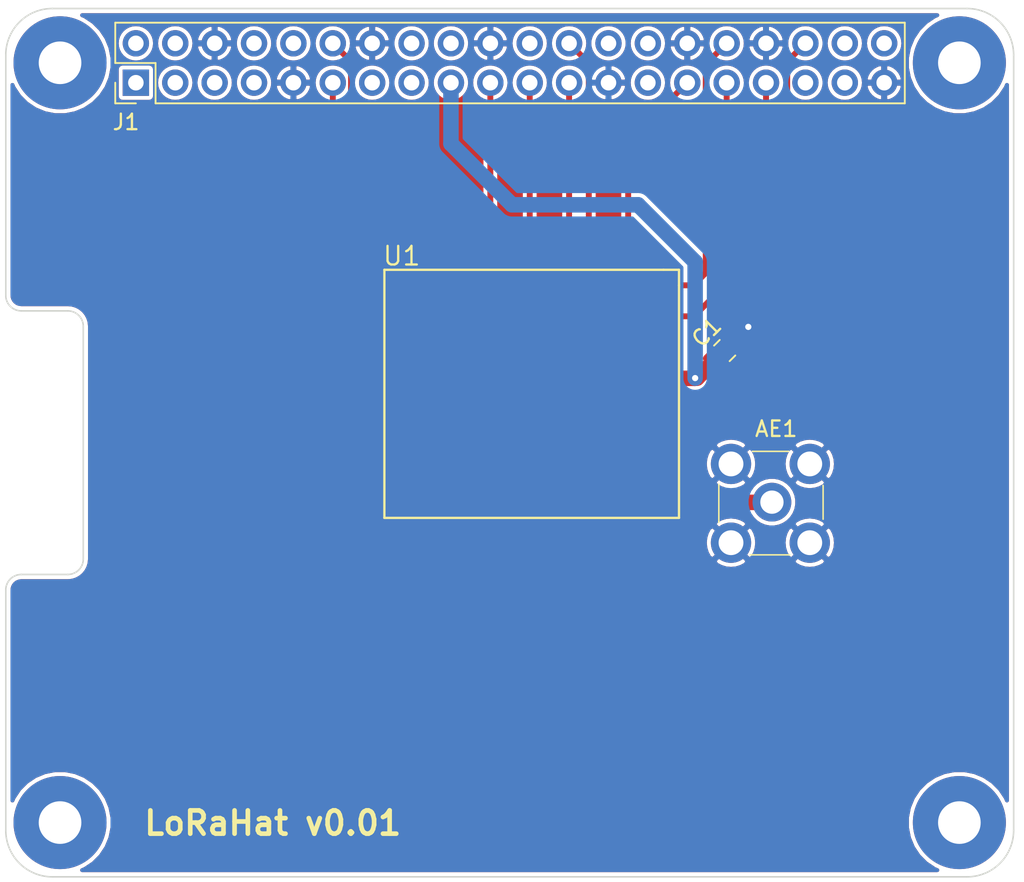
<source format=kicad_pcb>
(kicad_pcb (version 20171130) (host pcbnew "(5.1.2)-2")

  (general
    (thickness 1.6)
    (drawings 17)
    (tracks 68)
    (zones 0)
    (modules 8)
    (nets 15)
  )

  (page A4)
  (layers
    (0 F.Cu signal)
    (31 B.Cu signal)
    (32 B.Adhes user hide)
    (33 F.Adhes user hide)
    (34 B.Paste user hide)
    (35 F.Paste user hide)
    (36 B.SilkS user hide)
    (37 F.SilkS user)
    (38 B.Mask user hide)
    (39 F.Mask user hide)
    (40 Dwgs.User user)
    (41 Cmts.User user)
    (42 Eco1.User user)
    (43 Eco2.User user)
    (44 Edge.Cuts user)
    (45 Margin user)
    (46 B.CrtYd user hide)
    (47 F.CrtYd user hide)
    (48 B.Fab user hide)
    (49 F.Fab user hide)
  )

  (setup
    (last_trace_width 0.381)
    (trace_clearance 0.1524)
    (zone_clearance 0.254)
    (zone_45_only yes)
    (trace_min 0.2)
    (via_size 0.6)
    (via_drill 0.4)
    (via_min_size 0.4)
    (via_min_drill 0.3)
    (uvia_size 0.3)
    (uvia_drill 0.1)
    (uvias_allowed no)
    (uvia_min_size 0.2)
    (uvia_min_drill 0.1)
    (edge_width 0.15)
    (segment_width 0.2)
    (pcb_text_width 0.3)
    (pcb_text_size 1.5 1.5)
    (mod_edge_width 0.15)
    (mod_text_size 1 1)
    (mod_text_width 0.15)
    (pad_size 1.524 1.524)
    (pad_drill 0.762)
    (pad_to_mask_clearance 0.2)
    (aux_axis_origin 0 0)
    (visible_elements 7FFEFFFF)
    (pcbplotparams
      (layerselection 0x00030_ffffffff)
      (usegerberextensions false)
      (usegerberattributes false)
      (usegerberadvancedattributes false)
      (creategerberjobfile false)
      (excludeedgelayer true)
      (linewidth 0.100000)
      (plotframeref false)
      (viasonmask true)
      (mode 1)
      (useauxorigin false)
      (hpglpennumber 1)
      (hpglpenspeed 20)
      (hpglpendiameter 15.000000)
      (psnegative false)
      (psa4output false)
      (plotreference true)
      (plotvalue true)
      (plotinvisibletext false)
      (padsonsilk false)
      (subtractmaskfromsilk false)
      (outputformat 1)
      (mirror false)
      (drillshape 0)
      (scaleselection 1)
      (outputdirectory ""))
  )

  (net 0 "")
  (net 1 DIO2)
  (net 2 GND)
  (net 3 DIO1)
  (net 4 MISO)
  (net 5 DIO0)
  (net 6 MOSI)
  (net 7 3.3V)
  (net 8 SCK)
  (net 9 DIO4)
  (net 10 NSS)
  (net 11 DIO3)
  (net 12 RESET)
  (net 13 DIO5)
  (net 14 ANT)

  (net_class Default "This is the default net class."
    (clearance 0.1524)
    (trace_width 0.381)
    (via_dia 0.6)
    (via_drill 0.4)
    (uvia_dia 0.3)
    (uvia_drill 0.1)
    (add_net 3.3V)
    (add_net DIO0)
    (add_net DIO1)
    (add_net DIO2)
    (add_net DIO3)
    (add_net DIO4)
    (add_net DIO5)
    (add_net GND)
    (add_net MISO)
    (add_net MOSI)
    (add_net NSS)
    (add_net RESET)
    (add_net SCK)
  )

  (net_class Antenna ""
    (clearance 0.1524)
    (trace_width 1)
    (via_dia 0.6)
    (via_drill 0.4)
    (uvia_dia 0.3)
    (uvia_drill 0.1)
    (add_net ANT)
  )

  (module lora_node:Raspberry_Pi_Mounting_Hole (layer F.Cu) (tedit 5D50F6BE) (tstamp 5D514CCC)
    (at 176.172154 129.5036)
    (fp_text reference REF** (at -0.150154 -4.0276) (layer F.SilkS) hide
      (effects (font (size 1 1) (thickness 0.15)))
    )
    (fp_text value Raspberry_Pi_Mounting_Hole (at 0 -4.064) (layer F.Fab)
      (effects (font (size 1 1) (thickness 0.15)))
    )
    (pad 1 thru_hole circle (at 0 0) (size 6 6) (drill 2.75) (layers *.Cu *.Mask))
  )

  (module lora_node:Raspberry_Pi_Mounting_Hole (layer F.Cu) (tedit 5D50F6BE) (tstamp 5D514CB1)
    (at 176.172154 80.5036)
    (fp_text reference REF** (at 0.103846 4.3324) (layer F.SilkS) hide
      (effects (font (size 1 1) (thickness 0.15)))
    )
    (fp_text value Raspberry_Pi_Mounting_Hole (at 0 -4.064) (layer F.Fab)
      (effects (font (size 1 1) (thickness 0.15)))
    )
    (pad 1 thru_hole circle (at 0 0) (size 6 6) (drill 2.75) (layers *.Cu *.Mask))
  )

  (module lora_node:Raspberry_Pi_Mounting_Hole (layer F.Cu) (tedit 5D50F6BE) (tstamp 5D514C8A)
    (at 118.172154 80.5036)
    (fp_text reference REF** (at 0.191846 4.3324) (layer F.SilkS) hide
      (effects (font (size 1 1) (thickness 0.15)))
    )
    (fp_text value Raspberry_Pi_Mounting_Hole (at 0 -4.064) (layer F.Fab)
      (effects (font (size 1 1) (thickness 0.15)))
    )
    (pad 1 thru_hole circle (at 0 0) (size 6 6) (drill 2.75) (layers *.Cu *.Mask))
  )

  (module lora_node:Raspberry_Pi_Mounting_Hole (layer F.Cu) (tedit 5D50F6BE) (tstamp 5D514C3E)
    (at 118.172154 129.5036)
    (fp_text reference REF** (at -0.062154 -4.2816) (layer F.SilkS) hide
      (effects (font (size 1 1) (thickness 0.15)))
    )
    (fp_text value Raspberry_Pi_Mounting_Hole (at 0 -4.064) (layer F.Fab)
      (effects (font (size 1 1) (thickness 0.15)))
    )
    (pad 1 thru_hole circle (at 0 0) (size 6 6) (drill 2.75) (layers *.Cu *.Mask))
  )

  (module Capacitor_SMD:C_0805_2012Metric (layer F.Cu) (tedit 5B36C52B) (tstamp 5D518C56)
    (at 161.036 99.06 45)
    (descr "Capacitor SMD 0805 (2012 Metric), square (rectangular) end terminal, IPC_7351 nominal, (Body size source: https://docs.google.com/spreadsheets/d/1BsfQQcO9C6DZCsRaXUlFlo91Tg2WpOkGARC1WS5S8t0/edit?usp=sharing), generated with kicad-footprint-generator")
    (tags capacitor)
    (path /5D53BA3D)
    (attr smd)
    (fp_text reference C1 (at 0 -1.65 45) (layer F.SilkS)
      (effects (font (size 1 1) (thickness 0.15)))
    )
    (fp_text value 0.1uF (at 0 1.65 45) (layer F.Fab)
      (effects (font (size 1 1) (thickness 0.15)))
    )
    (fp_text user %R (at 0 0 135) (layer F.Fab)
      (effects (font (size 0.5 0.5) (thickness 0.08)))
    )
    (fp_line (start 1.68 0.95) (end -1.68 0.95) (layer F.CrtYd) (width 0.05))
    (fp_line (start 1.68 -0.95) (end 1.68 0.95) (layer F.CrtYd) (width 0.05))
    (fp_line (start -1.68 -0.95) (end 1.68 -0.95) (layer F.CrtYd) (width 0.05))
    (fp_line (start -1.68 0.95) (end -1.68 -0.95) (layer F.CrtYd) (width 0.05))
    (fp_line (start -0.258578 0.71) (end 0.258578 0.71) (layer F.SilkS) (width 0.12))
    (fp_line (start -0.258578 -0.71) (end 0.258578 -0.71) (layer F.SilkS) (width 0.12))
    (fp_line (start 1 0.6) (end -1 0.6) (layer F.Fab) (width 0.1))
    (fp_line (start 1 -0.6) (end 1 0.6) (layer F.Fab) (width 0.1))
    (fp_line (start -1 -0.6) (end 1 -0.6) (layer F.Fab) (width 0.1))
    (fp_line (start -1 0.6) (end -1 -0.6) (layer F.Fab) (width 0.1))
    (pad 2 smd roundrect (at 0.9375 0 45) (size 0.975 1.4) (layers F.Cu F.Paste F.Mask) (roundrect_rratio 0.25)
      (net 2 GND))
    (pad 1 smd roundrect (at -0.9375 0 45) (size 0.975 1.4) (layers F.Cu F.Paste F.Mask) (roundrect_rratio 0.25)
      (net 7 3.3V))
    (model ${KISYS3DMOD}/Capacitor_SMD.3dshapes/C_0805_2012Metric.wrl
      (at (xyz 0 0 0))
      (scale (xyz 1 1 1))
      (rotate (xyz 0 0 0))
    )
  )

  (module digikey-footprints:RF_SMA_Vertical_5-1814832-1 (layer F.Cu) (tedit 59CD3347) (tstamp 5D5180D0)
    (at 163.984 108.914)
    (path /5D51E934)
    (fp_text reference AE1 (at 0.375 -4.8) (layer F.SilkS)
      (effects (font (size 1 1) (thickness 0.15)))
    )
    (fp_text value Antenna_Shield (at 0.1 4.775) (layer F.Fab)
      (effects (font (size 1 1) (thickness 0.15)))
    )
    (fp_line (start -3.2 -3.2) (end 3.2 -3.2) (layer F.Fab) (width 0.1))
    (fp_line (start 3.2 -3.2) (end 3.2 3.2) (layer F.Fab) (width 0.1))
    (fp_line (start 3.2 3.2) (end -3.2 3.2) (layer F.Fab) (width 0.1))
    (fp_line (start -3.2 3.2) (end -3.2 -3.2) (layer F.Fab) (width 0.1))
    (fp_line (start -4.1 -4.1) (end 4.1 -4.1) (layer F.CrtYd) (width 0.05))
    (fp_line (start 4.1 -4.1) (end 4.1 4.1) (layer F.CrtYd) (width 0.05))
    (fp_line (start 4.1 4.1) (end -4.1 4.1) (layer F.CrtYd) (width 0.05))
    (fp_line (start -4.1 4.1) (end -4.1 -4.1) (layer F.CrtYd) (width 0.05))
    (fp_line (start -1.15 -3.35) (end 1.175 -3.35) (layer F.SilkS) (width 0.1))
    (fp_line (start 3.4 -1.15) (end 3.4 1.025) (layer F.SilkS) (width 0.1))
    (fp_line (start -3.325 1.225) (end -3.325 -1.225) (layer F.SilkS) (width 0.1))
    (fp_line (start -1.3 3.325) (end 1.25 3.325) (layer F.SilkS) (width 0.1))
    (pad 1 thru_hole circle (at -2.54 2.54) (size 2.6 2.6) (drill 1.6) (layers *.Cu *.Mask)
      (net 2 GND))
    (pad 1 thru_hole circle (at 2.54 2.54) (size 2.6 2.6) (drill 1.6) (layers *.Cu *.Mask)
      (net 2 GND))
    (pad 1 thru_hole circle (at 2.54 -2.54) (size 2.6 2.6) (drill 1.6) (layers *.Cu *.Mask)
      (net 2 GND))
    (pad 1 thru_hole circle (at -2.54 -2.54) (size 2.6 2.6) (drill 1.6) (layers *.Cu *.Mask)
      (net 2 GND))
    (pad 2 thru_hole circle (at 0.1 -0.075) (size 2.5 2.5) (drill 1.5) (layers *.Cu *.Mask)
      (net 14 ANT))
  )

  (module lora_node:RFM95W (layer F.Cu) (tedit 58C0EDBF) (tstamp 5D512839)
    (at 148.59 101.854 270)
    (path /5D5100CC)
    (fp_text reference U1 (at -8.89 8.382) (layer F.SilkS)
      (effects (font (size 1.2 1.2) (thickness 0.15)))
    )
    (fp_text value RFM95W (at 0 0 90) (layer F.Fab)
      (effects (font (size 1.2 1.2) (thickness 0.15)))
    )
    (fp_line (start 8 -9.5) (end -7 -9.5) (layer F.SilkS) (width 0.15))
    (fp_line (start 8 9.5) (end 8 -9.5) (layer F.SilkS) (width 0.15))
    (fp_line (start -8 9.5) (end 8 9.5) (layer F.SilkS) (width 0.15))
    (fp_line (start -8 -8.5) (end -8 9.5) (layer F.SilkS) (width 0.15))
    (fp_line (start -8 -9.5) (end -8 -8.5) (layer F.SilkS) (width 0.15))
    (fp_line (start -7 -9.5) (end -8 -9.5) (layer F.SilkS) (width 0.15))
    (pad 8 smd rect (at 7 8 270) (size 1 2) (layers F.Cu F.Paste F.Mask)
      (net 2 GND))
    (pad 9 smd rect (at 7 -8 270) (size 1 2) (layers F.Cu F.Paste F.Mask)
      (net 14 ANT))
    (pad 7 smd rect (at 5 8 270) (size 1 2) (layers F.Cu F.Paste F.Mask)
      (net 13 DIO5))
    (pad 10 smd rect (at 5 -8 270) (size 1 2) (layers F.Cu F.Paste F.Mask)
      (net 2 GND))
    (pad 6 smd rect (at 3 8 270) (size 1 2) (layers F.Cu F.Paste F.Mask)
      (net 12 RESET))
    (pad 11 smd rect (at 3 -8 270) (size 1 2) (layers F.Cu F.Paste F.Mask)
      (net 11 DIO3))
    (pad 5 smd rect (at 1 8 270) (size 1 2) (layers F.Cu F.Paste F.Mask)
      (net 10 NSS))
    (pad 12 smd rect (at 1 -8 270) (size 1 2) (layers F.Cu F.Paste F.Mask)
      (net 9 DIO4))
    (pad 4 smd rect (at -1 8 270) (size 1 2) (layers F.Cu F.Paste F.Mask)
      (net 8 SCK))
    (pad 13 smd rect (at -1 -8 270) (size 1 2) (layers F.Cu F.Paste F.Mask)
      (net 7 3.3V))
    (pad 3 smd rect (at -3 8 270) (size 1 2) (layers F.Cu F.Paste F.Mask)
      (net 6 MOSI))
    (pad 14 smd rect (at -3 -8 270) (size 1 2) (layers F.Cu F.Paste F.Mask)
      (net 5 DIO0))
    (pad 2 smd rect (at -5 8 270) (size 1 2) (layers F.Cu F.Paste F.Mask)
      (net 4 MISO))
    (pad 15 smd rect (at -5 -8 270) (size 1 2) (layers F.Cu F.Paste F.Mask)
      (net 3 DIO1))
    (pad 1 smd rect (at -7 8 270) (size 1 2) (layers F.Cu F.Paste F.Mask)
      (net 2 GND))
    (pad 16 smd rect (at -7 -8 270) (size 1 2) (layers F.Cu F.Paste F.Mask)
      (net 1 DIO2))
  )

  (module Connector_PinHeader_2.54mm:PinHeader_2x20_P2.54mm_Vertical (layer F.Cu) (tedit 59FED5CC) (tstamp 5D512BF7)
    (at 123.063 81.788 90)
    (descr "Through hole straight pin header, 2x20, 2.54mm pitch, double rows")
    (tags "Through hole pin header THT 2x20 2.54mm double row")
    (path /5D511AFA)
    (fp_text reference J1 (at -2.54 -0.635 180) (layer F.SilkS)
      (effects (font (size 1 1) (thickness 0.15)))
    )
    (fp_text value Raspberry_Pi_2_3 (at 5.842 4.572 180) (layer F.Fab)
      (effects (font (size 1 1) (thickness 0.15)))
    )
    (fp_text user %R (at 1.27 24.13) (layer F.Fab)
      (effects (font (size 1 1) (thickness 0.15)))
    )
    (fp_line (start 4.35 -1.8) (end -1.8 -1.8) (layer F.CrtYd) (width 0.05))
    (fp_line (start 4.35 50.05) (end 4.35 -1.8) (layer F.CrtYd) (width 0.05))
    (fp_line (start -1.8 50.05) (end 4.35 50.05) (layer F.CrtYd) (width 0.05))
    (fp_line (start -1.8 -1.8) (end -1.8 50.05) (layer F.CrtYd) (width 0.05))
    (fp_line (start -1.33 -1.33) (end 0 -1.33) (layer F.SilkS) (width 0.12))
    (fp_line (start -1.33 0) (end -1.33 -1.33) (layer F.SilkS) (width 0.12))
    (fp_line (start 1.27 -1.33) (end 3.87 -1.33) (layer F.SilkS) (width 0.12))
    (fp_line (start 1.27 1.27) (end 1.27 -1.33) (layer F.SilkS) (width 0.12))
    (fp_line (start -1.33 1.27) (end 1.27 1.27) (layer F.SilkS) (width 0.12))
    (fp_line (start 3.87 -1.33) (end 3.87 49.59) (layer F.SilkS) (width 0.12))
    (fp_line (start -1.33 1.27) (end -1.33 49.59) (layer F.SilkS) (width 0.12))
    (fp_line (start -1.33 49.59) (end 3.87 49.59) (layer F.SilkS) (width 0.12))
    (fp_line (start -1.27 0) (end 0 -1.27) (layer F.Fab) (width 0.1))
    (fp_line (start -1.27 49.53) (end -1.27 0) (layer F.Fab) (width 0.1))
    (fp_line (start 3.81 49.53) (end -1.27 49.53) (layer F.Fab) (width 0.1))
    (fp_line (start 3.81 -1.27) (end 3.81 49.53) (layer F.Fab) (width 0.1))
    (fp_line (start 0 -1.27) (end 3.81 -1.27) (layer F.Fab) (width 0.1))
    (pad 40 thru_hole oval (at 2.54 48.26 90) (size 1.7 1.7) (drill 1) (layers *.Cu *.Mask))
    (pad 39 thru_hole oval (at 0 48.26 90) (size 1.7 1.7) (drill 1) (layers *.Cu *.Mask)
      (net 2 GND))
    (pad 38 thru_hole oval (at 2.54 45.72 90) (size 1.7 1.7) (drill 1) (layers *.Cu *.Mask))
    (pad 37 thru_hole oval (at 0 45.72 90) (size 1.7 1.7) (drill 1) (layers *.Cu *.Mask))
    (pad 36 thru_hole oval (at 2.54 43.18 90) (size 1.7 1.7) (drill 1) (layers *.Cu *.Mask)
      (net 11 DIO3))
    (pad 35 thru_hole oval (at 0 43.18 90) (size 1.7 1.7) (drill 1) (layers *.Cu *.Mask))
    (pad 34 thru_hole oval (at 2.54 40.64 90) (size 1.7 1.7) (drill 1) (layers *.Cu *.Mask)
      (net 2 GND))
    (pad 33 thru_hole oval (at 0 40.64 90) (size 1.7 1.7) (drill 1) (layers *.Cu *.Mask)
      (net 9 DIO4))
    (pad 32 thru_hole oval (at 2.54 38.1 90) (size 1.7 1.7) (drill 1) (layers *.Cu *.Mask)
      (net 1 DIO2))
    (pad 31 thru_hole oval (at 0 38.1 90) (size 1.7 1.7) (drill 1) (layers *.Cu *.Mask)
      (net 3 DIO1))
    (pad 30 thru_hole oval (at 2.54 35.56 90) (size 1.7 1.7) (drill 1) (layers *.Cu *.Mask)
      (net 2 GND))
    (pad 29 thru_hole oval (at 0 35.56 90) (size 1.7 1.7) (drill 1) (layers *.Cu *.Mask)
      (net 5 DIO0))
    (pad 28 thru_hole oval (at 2.54 33.02 90) (size 1.7 1.7) (drill 1) (layers *.Cu *.Mask))
    (pad 27 thru_hole oval (at 0 33.02 90) (size 1.7 1.7) (drill 1) (layers *.Cu *.Mask))
    (pad 26 thru_hole oval (at 2.54 30.48 90) (size 1.7 1.7) (drill 1) (layers *.Cu *.Mask))
    (pad 25 thru_hole oval (at 0 30.48 90) (size 1.7 1.7) (drill 1) (layers *.Cu *.Mask)
      (net 2 GND))
    (pad 24 thru_hole oval (at 2.54 27.94 90) (size 1.7 1.7) (drill 1) (layers *.Cu *.Mask)
      (net 10 NSS))
    (pad 23 thru_hole oval (at 0 27.94 90) (size 1.7 1.7) (drill 1) (layers *.Cu *.Mask)
      (net 8 SCK))
    (pad 22 thru_hole oval (at 2.54 25.4 90) (size 1.7 1.7) (drill 1) (layers *.Cu *.Mask))
    (pad 21 thru_hole oval (at 0 25.4 90) (size 1.7 1.7) (drill 1) (layers *.Cu *.Mask)
      (net 4 MISO))
    (pad 20 thru_hole oval (at 2.54 22.86 90) (size 1.7 1.7) (drill 1) (layers *.Cu *.Mask)
      (net 2 GND))
    (pad 19 thru_hole oval (at 0 22.86 90) (size 1.7 1.7) (drill 1) (layers *.Cu *.Mask)
      (net 6 MOSI))
    (pad 18 thru_hole oval (at 2.54 20.32 90) (size 1.7 1.7) (drill 1) (layers *.Cu *.Mask))
    (pad 17 thru_hole oval (at 0 20.32 90) (size 1.7 1.7) (drill 1) (layers *.Cu *.Mask)
      (net 7 3.3V))
    (pad 16 thru_hole oval (at 2.54 17.78 90) (size 1.7 1.7) (drill 1) (layers *.Cu *.Mask))
    (pad 15 thru_hole oval (at 0 17.78 90) (size 1.7 1.7) (drill 1) (layers *.Cu *.Mask))
    (pad 14 thru_hole oval (at 2.54 15.24 90) (size 1.7 1.7) (drill 1) (layers *.Cu *.Mask)
      (net 2 GND))
    (pad 13 thru_hole oval (at 0 15.24 90) (size 1.7 1.7) (drill 1) (layers *.Cu *.Mask))
    (pad 12 thru_hole oval (at 2.54 12.7 90) (size 1.7 1.7) (drill 1) (layers *.Cu *.Mask)
      (net 12 RESET))
    (pad 11 thru_hole oval (at 0 12.7 90) (size 1.7 1.7) (drill 1) (layers *.Cu *.Mask)
      (net 13 DIO5))
    (pad 10 thru_hole oval (at 2.54 10.16 90) (size 1.7 1.7) (drill 1) (layers *.Cu *.Mask))
    (pad 9 thru_hole oval (at 0 10.16 90) (size 1.7 1.7) (drill 1) (layers *.Cu *.Mask)
      (net 2 GND))
    (pad 8 thru_hole oval (at 2.54 7.62 90) (size 1.7 1.7) (drill 1) (layers *.Cu *.Mask))
    (pad 7 thru_hole oval (at 0 7.62 90) (size 1.7 1.7) (drill 1) (layers *.Cu *.Mask))
    (pad 6 thru_hole oval (at 2.54 5.08 90) (size 1.7 1.7) (drill 1) (layers *.Cu *.Mask)
      (net 2 GND))
    (pad 5 thru_hole oval (at 0 5.08 90) (size 1.7 1.7) (drill 1) (layers *.Cu *.Mask))
    (pad 4 thru_hole oval (at 2.54 2.54 90) (size 1.7 1.7) (drill 1) (layers *.Cu *.Mask))
    (pad 3 thru_hole oval (at 0 2.54 90) (size 1.7 1.7) (drill 1) (layers *.Cu *.Mask))
    (pad 2 thru_hole oval (at 2.54 0 90) (size 1.7 1.7) (drill 1) (layers *.Cu *.Mask))
    (pad 1 thru_hole rect (at 0 0 90) (size 1.7 1.7) (drill 1) (layers *.Cu *.Mask)
      (net 7 3.3V))
    (model ${KISYS3DMOD}/Connector_PinHeader_2.54mm.3dshapes/PinHeader_2x20_P2.54mm_Vertical.wrl
      (at (xyz 0 0 0))
      (scale (xyz 1 1 1))
      (rotate (xyz 0 0 0))
    )
  )

  (gr_text "LoRaHat v0.01" (at 123.444 129.54) (layer F.SilkS)
    (effects (font (size 1.5 1.5) (thickness 0.3)) (justify left))
  )
  (gr_arc (start 176.672154 80.0036) (end 179.672154 80.0036) (angle -90) (layer Edge.Cuts) (width 0.1))
  (gr_line (start 117.672154 77.0036) (end 176.672154 77.0036) (layer Edge.Cuts) (width 0.1))
  (gr_arc (start 117.672154 80.0036) (end 117.672154 77.0036) (angle -90) (layer Edge.Cuts) (width 0.1))
  (gr_line (start 114.672154 95.5036) (end 114.672154 80.0036) (layer Edge.Cuts) (width 0.1))
  (gr_arc (start 115.672154 95.5036) (end 114.672154 95.5036) (angle -90) (layer Edge.Cuts) (width 0.1))
  (gr_line (start 118.672154 96.5036) (end 115.672154 96.5036) (layer Edge.Cuts) (width 0.1))
  (gr_arc (start 118.672154 97.5036) (end 119.672154 97.5036) (angle -90) (layer Edge.Cuts) (width 0.1))
  (gr_line (start 119.672154 112.5036) (end 119.672154 97.5036) (layer Edge.Cuts) (width 0.1))
  (gr_arc (start 118.672154 112.5036) (end 118.672154 113.5036) (angle -90) (layer Edge.Cuts) (width 0.1))
  (gr_line (start 115.672154 113.5036) (end 118.672154 113.5036) (layer Edge.Cuts) (width 0.1))
  (gr_arc (start 115.672154 114.5036) (end 115.672154 113.5036) (angle -90) (layer Edge.Cuts) (width 0.1))
  (gr_line (start 114.672154 130.0036) (end 114.672154 114.5036) (layer Edge.Cuts) (width 0.1))
  (gr_arc (start 117.672154 130.0036) (end 114.672154 130.0036) (angle -90) (layer Edge.Cuts) (width 0.1))
  (gr_line (start 176.672154 133.0036) (end 117.672154 133.0036) (layer Edge.Cuts) (width 0.1))
  (gr_arc (start 176.672154 130.0036) (end 176.672154 133.0036) (angle -90) (layer Edge.Cuts) (width 0.1))
  (gr_line (start 179.672154 80.0036) (end 179.672154 130.0036) (layer Edge.Cuts) (width 0.1))

  (segment (start 160.313001 80.097999) (end 161.163 79.248) (width 0.381) (layer F.Cu) (net 1))
  (segment (start 159.815901 80.595099) (end 160.313001 80.097999) (width 0.381) (layer F.Cu) (net 1))
  (segment (start 159.815901 94.057099) (end 159.815901 80.595099) (width 0.381) (layer F.Cu) (net 1))
  (segment (start 156.59 94.854) (end 159.019 94.854) (width 0.381) (layer F.Cu) (net 1))
  (segment (start 159.019 94.854) (end 159.815901 94.057099) (width 0.381) (layer F.Cu) (net 1))
  (via (at 162.56 97.536) (size 0.6) (drill 0.4) (layers F.Cu B.Cu) (net 2))
  (segment (start 161.698913 98.397087) (end 162.56 97.536) (width 0.381) (layer F.Cu) (net 2) (status 10))
  (segment (start 161.163 82.990081) (end 161.163 81.788) (width 0.381) (layer F.Cu) (net 3) (status 20))
  (segment (start 156.59 96.854) (end 159.051 96.854) (width 0.381) (layer F.Cu) (net 3) (status 10))
  (segment (start 159.051 96.854) (end 161.163 94.742) (width 0.381) (layer F.Cu) (net 3))
  (segment (start 161.163 94.742) (end 161.163 82.990081) (width 0.381) (layer F.Cu) (net 3))
  (segment (start 148.463 93.472) (end 148.463 82.990081) (width 0.381) (layer F.Cu) (net 4))
  (segment (start 140.59 96.854) (end 139.366 96.854) (width 0.381) (layer F.Cu) (net 4) (status 10))
  (segment (start 138.684 97.536) (end 138.684 99.314) (width 0.381) (layer F.Cu) (net 4))
  (segment (start 139.366 96.854) (end 138.684 97.536) (width 0.381) (layer F.Cu) (net 4))
  (segment (start 138.684 99.314) (end 139.2555 99.8855) (width 0.381) (layer F.Cu) (net 4))
  (segment (start 139.2555 99.8855) (end 142.0495 99.8855) (width 0.381) (layer F.Cu) (net 4))
  (segment (start 142.0495 99.8855) (end 148.463 93.472) (width 0.381) (layer F.Cu) (net 4))
  (segment (start 148.463 82.990081) (end 148.463 81.788) (width 0.381) (layer F.Cu) (net 4) (status 20))
  (segment (start 157.773001 82.637999) (end 158.623 81.788) (width 0.381) (layer F.Cu) (net 5) (status 30))
  (segment (start 155.34 98.854) (end 154.813 98.327) (width 0.381) (layer F.Cu) (net 5))
  (segment (start 156.59 98.854) (end 155.34 98.854) (width 0.381) (layer F.Cu) (net 5) (status 10))
  (segment (start 154.813 98.327) (end 154.813 85.598) (width 0.381) (layer F.Cu) (net 5))
  (segment (start 154.813 85.598) (end 157.773001 82.637999) (width 0.381) (layer F.Cu) (net 5) (status 20))
  (segment (start 145.923 82.990081) (end 145.923 81.788) (width 0.381) (layer F.Cu) (net 6) (status 20))
  (segment (start 141.938 98.854) (end 145.923 94.869) (width 0.381) (layer F.Cu) (net 6))
  (segment (start 140.59 98.854) (end 141.938 98.854) (width 0.381) (layer F.Cu) (net 6) (status 10))
  (segment (start 145.923 94.869) (end 145.923 82.990081) (width 0.381) (layer F.Cu) (net 6))
  (via (at 159.130994 100.838) (size 0.6) (drill 0.4) (layers F.Cu B.Cu) (net 7))
  (segment (start 156.59 100.854) (end 159.114994 100.854) (width 1) (layer F.Cu) (net 7) (status 10))
  (segment (start 159.114994 100.854) (end 159.130994 100.838) (width 1) (layer F.Cu) (net 7))
  (segment (start 159.258 100.838) (end 160.373087 99.722913) (width 1) (layer F.Cu) (net 7) (status 20))
  (segment (start 159.130994 100.838) (end 159.258 100.838) (width 1) (layer F.Cu) (net 7))
  (segment (start 159.130994 100.413736) (end 159.130994 100.838) (width 1) (layer B.Cu) (net 7))
  (segment (start 155.448 89.662) (end 159.130994 93.344994) (width 1) (layer B.Cu) (net 7))
  (segment (start 147.32 89.662) (end 155.448 89.662) (width 1) (layer B.Cu) (net 7))
  (segment (start 143.383 81.788) (end 143.383 85.725) (width 1) (layer B.Cu) (net 7) (status 10))
  (segment (start 143.383 85.725) (end 147.32 89.662) (width 1) (layer B.Cu) (net 7))
  (segment (start 159.130994 93.344994) (end 159.130994 100.413736) (width 1) (layer B.Cu) (net 7))
  (segment (start 151.003 82.990081) (end 151.003 81.788) (width 0.381) (layer F.Cu) (net 8) (status 20))
  (segment (start 142.159 100.854) (end 151.003 92.01) (width 0.381) (layer F.Cu) (net 8))
  (segment (start 140.59 100.854) (end 142.159 100.854) (width 0.381) (layer F.Cu) (net 8) (status 10))
  (segment (start 151.003 92.01) (end 151.003 82.990081) (width 0.381) (layer F.Cu) (net 8))
  (segment (start 163.703 82.990081) (end 163.703 81.788) (width 0.381) (layer F.Cu) (net 9) (status 20))
  (segment (start 156.59 102.854) (end 159.02 102.854) (width 0.381) (layer F.Cu) (net 9) (status 10))
  (segment (start 159.02 102.854) (end 163.703 98.171) (width 0.381) (layer F.Cu) (net 9))
  (segment (start 163.703 98.171) (end 163.703 82.990081) (width 0.381) (layer F.Cu) (net 9))
  (segment (start 151.852999 80.097999) (end 151.003 79.248) (width 0.381) (layer F.Cu) (net 10) (status 30))
  (segment (start 141.875 102.854) (end 152.273 92.456) (width 0.381) (layer F.Cu) (net 10))
  (segment (start 140.59 102.854) (end 141.875 102.854) (width 0.381) (layer F.Cu) (net 10) (status 10))
  (segment (start 152.273 92.456) (end 152.273 80.518) (width 0.381) (layer F.Cu) (net 10))
  (segment (start 152.273 80.518) (end 151.852999 80.097999) (width 0.381) (layer F.Cu) (net 10) (status 20))
  (segment (start 165.393001 80.097999) (end 166.243 79.248) (width 0.381) (layer F.Cu) (net 11) (status 30))
  (segment (start 159.052 104.854) (end 165.067999 98.838001) (width 0.381) (layer F.Cu) (net 11))
  (segment (start 156.59 104.854) (end 159.052 104.854) (width 0.381) (layer F.Cu) (net 11) (status 10))
  (segment (start 165.067999 98.838001) (end 165.067999 80.423001) (width 0.381) (layer F.Cu) (net 11))
  (segment (start 165.067999 80.423001) (end 165.393001 80.097999) (width 0.381) (layer F.Cu) (net 11) (status 20))
  (segment (start 136.612999 80.097999) (end 135.763 79.248) (width 0.381) (layer F.Cu) (net 12) (status 30))
  (segment (start 140.59 104.854) (end 139.34 104.854) (width 0.381) (layer F.Cu) (net 12) (status 10))
  (segment (start 139.34 104.854) (end 136.938001 102.452001) (width 0.381) (layer F.Cu) (net 12))
  (segment (start 136.938001 102.452001) (end 136.938001 80.423001) (width 0.381) (layer F.Cu) (net 12))
  (segment (start 136.938001 80.423001) (end 136.612999 80.097999) (width 0.381) (layer F.Cu) (net 12) (status 20))
  (segment (start 135.763 82.990081) (end 135.763 81.788) (width 0.381) (layer F.Cu) (net 13) (status 20))
  (segment (start 140.59 106.854) (end 139.34 106.854) (width 0.381) (layer F.Cu) (net 13) (status 10))
  (segment (start 139.34 106.854) (end 135.763 103.277) (width 0.381) (layer F.Cu) (net 13))
  (segment (start 135.763 103.277) (end 135.763 82.990081) (width 0.381) (layer F.Cu) (net 13))
  (segment (start 164.069 108.854) (end 164.084 108.839) (width 1) (layer F.Cu) (net 14))
  (segment (start 156.59 108.854) (end 164.069 108.854) (width 1) (layer F.Cu) (net 14))

  (zone (net 2) (net_name GND) (layer F.Cu) (tstamp 5D50F629) (hatch edge 0.508)
    (connect_pads (clearance 0.254))
    (min_thickness 0.254)
    (fill yes (arc_segments 32) (thermal_gap 0.254) (thermal_bridge_width 0.382) (smoothing fillet))
    (polygon
      (pts
        (xy 180.34 133.35) (xy 114.3 133.35) (xy 114.3 76.454) (xy 180.34 76.454)
      )
    )
    (filled_polygon
      (pts
        (xy 174.57065 77.507397) (xy 174.016892 77.877406) (xy 173.54596 78.348338) (xy 173.175951 78.902096) (xy 172.921084 79.517399)
        (xy 172.791154 80.170601) (xy 172.791154 80.836599) (xy 172.921084 81.489801) (xy 173.175951 82.105104) (xy 173.54596 82.658862)
        (xy 174.016892 83.129794) (xy 174.57065 83.499803) (xy 175.185953 83.75467) (xy 175.839155 83.8846) (xy 176.505153 83.8846)
        (xy 177.158355 83.75467) (xy 177.773658 83.499803) (xy 178.327416 83.129794) (xy 178.798348 82.658862) (xy 179.168357 82.105104)
        (xy 179.241154 81.929357) (xy 179.241155 128.077846) (xy 179.168357 127.902096) (xy 178.798348 127.348338) (xy 178.327416 126.877406)
        (xy 177.773658 126.507397) (xy 177.158355 126.25253) (xy 176.505153 126.1226) (xy 175.839155 126.1226) (xy 175.185953 126.25253)
        (xy 174.57065 126.507397) (xy 174.016892 126.877406) (xy 173.54596 127.348338) (xy 173.175951 127.902096) (xy 172.921084 128.517399)
        (xy 172.791154 129.170601) (xy 172.791154 129.836599) (xy 172.921084 130.489801) (xy 173.175951 131.105104) (xy 173.54596 131.658862)
        (xy 174.016892 132.129794) (xy 174.57065 132.499803) (xy 174.746397 132.5726) (xy 119.597911 132.5726) (xy 119.773658 132.499803)
        (xy 120.327416 132.129794) (xy 120.798348 131.658862) (xy 121.168357 131.105104) (xy 121.423224 130.489801) (xy 121.553154 129.836599)
        (xy 121.553154 129.170601) (xy 121.423224 128.517399) (xy 121.168357 127.902096) (xy 120.798348 127.348338) (xy 120.327416 126.877406)
        (xy 119.773658 126.507397) (xy 119.158355 126.25253) (xy 118.505153 126.1226) (xy 117.839155 126.1226) (xy 117.185953 126.25253)
        (xy 116.57065 126.507397) (xy 116.016892 126.877406) (xy 115.54596 127.348338) (xy 115.175951 127.902096) (xy 115.103154 128.077843)
        (xy 115.103154 114.52468) (xy 115.116018 114.393483) (xy 115.147998 114.28756) (xy 115.199945 114.189863) (xy 115.269875 114.104119)
        (xy 115.355129 114.03359) (xy 115.452457 113.980966) (xy 115.558156 113.948247) (xy 115.687992 113.9346) (xy 118.693322 113.9346)
        (xy 118.712015 113.932759) (xy 118.718199 113.932802) (xy 118.724188 113.932215) (xy 118.918285 113.911814) (xy 118.956528 113.903964)
        (xy 118.99492 113.89664) (xy 119.00068 113.894901) (xy 119.000686 113.894899) (xy 119.18712 113.837188) (xy 119.223125 113.822053)
        (xy 119.25935 113.807417) (xy 119.264659 113.804594) (xy 119.264664 113.804592) (xy 119.264668 113.804589) (xy 119.43634 113.711767)
        (xy 119.468704 113.689937) (xy 119.501414 113.668532) (xy 119.506077 113.664729) (xy 119.656455 113.540325) (xy 119.683977 113.51261)
        (xy 119.71189 113.485276) (xy 119.715726 113.480639) (xy 119.839076 113.329397) (xy 119.860696 113.296856) (xy 119.882763 113.264628)
        (xy 119.885626 113.259334) (xy 119.977251 113.087012) (xy 119.992138 113.050894) (xy 120.007525 113.014991) (xy 120.009305 113.009242)
        (xy 120.065714 112.822406) (xy 120.073301 112.784089) (xy 120.081423 112.745878) (xy 120.082052 112.739893) (xy 120.093279 112.625392)
        (xy 160.363117 112.625392) (xy 160.503642 112.857175) (xy 160.795457 113.013668) (xy 161.112194 113.110224) (xy 161.441683 113.143132)
        (xy 161.77126 113.111127) (xy 162.088261 113.015441) (xy 162.380504 112.859749) (xy 162.384358 112.857175) (xy 162.524883 112.625392)
        (xy 165.443117 112.625392) (xy 165.583642 112.857175) (xy 165.875457 113.013668) (xy 166.192194 113.110224) (xy 166.521683 113.143132)
        (xy 166.85126 113.111127) (xy 167.168261 113.015441) (xy 167.460504 112.859749) (xy 167.464358 112.857175) (xy 167.604883 112.625392)
        (xy 166.524 111.54451) (xy 165.443117 112.625392) (xy 162.524883 112.625392) (xy 161.444 111.54451) (xy 160.363117 112.625392)
        (xy 120.093279 112.625392) (xy 120.101097 112.545659) (xy 120.101097 112.545652) (xy 120.103154 112.524768) (xy 120.103154 111.451683)
        (xy 159.754868 111.451683) (xy 159.786873 111.78126) (xy 159.882559 112.098261) (xy 160.038251 112.390504) (xy 160.040825 112.394358)
        (xy 160.272608 112.534883) (xy 161.35349 111.454) (xy 161.53451 111.454) (xy 162.615392 112.534883) (xy 162.847175 112.394358)
        (xy 163.003668 112.102543) (xy 163.100224 111.785806) (xy 163.133132 111.456317) (xy 163.132682 111.451683) (xy 164.834868 111.451683)
        (xy 164.866873 111.78126) (xy 164.962559 112.098261) (xy 165.118251 112.390504) (xy 165.120825 112.394358) (xy 165.352608 112.534883)
        (xy 166.43349 111.454) (xy 166.61451 111.454) (xy 167.695392 112.534883) (xy 167.927175 112.394358) (xy 168.083668 112.102543)
        (xy 168.180224 111.785806) (xy 168.213132 111.456317) (xy 168.181127 111.12674) (xy 168.085441 110.809739) (xy 167.929749 110.517496)
        (xy 167.927175 110.513642) (xy 167.695392 110.373117) (xy 166.61451 111.454) (xy 166.43349 111.454) (xy 165.352608 110.373117)
        (xy 165.120825 110.513642) (xy 164.964332 110.805457) (xy 164.867776 111.122194) (xy 164.834868 111.451683) (xy 163.132682 111.451683)
        (xy 163.101127 111.12674) (xy 163.005441 110.809739) (xy 162.849749 110.517496) (xy 162.847175 110.513642) (xy 162.615392 110.373117)
        (xy 161.53451 111.454) (xy 161.35349 111.454) (xy 160.272608 110.373117) (xy 160.040825 110.513642) (xy 159.884332 110.805457)
        (xy 159.787776 111.122194) (xy 159.754868 111.451683) (xy 120.103154 111.451683) (xy 120.103154 110.282608) (xy 160.363117 110.282608)
        (xy 161.444 111.36349) (xy 162.524883 110.282608) (xy 162.384358 110.050825) (xy 162.092543 109.894332) (xy 161.775806 109.797776)
        (xy 161.446317 109.764868) (xy 161.11674 109.796873) (xy 160.799739 109.892559) (xy 160.507496 110.048251) (xy 160.503642 110.050825)
        (xy 160.363117 110.282608) (xy 120.103154 110.282608) (xy 120.103154 97.482432) (xy 120.101313 97.463739) (xy 120.101356 97.457555)
        (xy 120.100769 97.451566) (xy 120.080368 97.257469) (xy 120.072519 97.219233) (xy 120.065194 97.180833) (xy 120.063454 97.175072)
        (xy 120.005742 96.988634) (xy 119.990607 96.952629) (xy 119.975971 96.916404) (xy 119.973146 96.91109) (xy 119.880321 96.739414)
        (xy 119.858476 96.707027) (xy 119.837086 96.67434) (xy 119.833282 96.669676) (xy 119.708879 96.519299) (xy 119.681164 96.491777)
        (xy 119.65383 96.463864) (xy 119.649193 96.460028) (xy 119.497951 96.336678) (xy 119.46541 96.315058) (xy 119.433182 96.292991)
        (xy 119.427901 96.290136) (xy 119.427889 96.290128) (xy 119.427876 96.290123) (xy 119.255566 96.198503) (xy 119.219462 96.183622)
        (xy 119.183546 96.168229) (xy 119.177797 96.166449) (xy 118.99096 96.11004) (xy 118.952629 96.10245) (xy 118.914431 96.094331)
        (xy 118.908446 96.093702) (xy 118.714213 96.074657) (xy 118.714206 96.074657) (xy 118.693322 96.0726) (xy 115.693233 96.0726)
        (xy 115.562038 96.059736) (xy 115.456111 96.027755) (xy 115.358417 95.97581) (xy 115.272672 95.905878) (xy 115.202146 95.820626)
        (xy 115.14952 95.723296) (xy 115.116801 95.617598) (xy 115.103154 95.487762) (xy 115.103154 81.929357) (xy 115.175951 82.105104)
        (xy 115.54596 82.658862) (xy 116.016892 83.129794) (xy 116.57065 83.499803) (xy 117.185953 83.75467) (xy 117.839155 83.8846)
        (xy 118.505153 83.8846) (xy 119.158355 83.75467) (xy 119.773658 83.499803) (xy 120.327416 83.129794) (xy 120.798348 82.658862)
        (xy 121.168357 82.105104) (xy 121.423224 81.489801) (xy 121.532984 80.938) (xy 121.830157 80.938) (xy 121.830157 82.638)
        (xy 121.837513 82.712689) (xy 121.859299 82.784508) (xy 121.894678 82.850696) (xy 121.942289 82.908711) (xy 122.000304 82.956322)
        (xy 122.066492 82.991701) (xy 122.138311 83.013487) (xy 122.213 83.020843) (xy 123.913 83.020843) (xy 123.987689 83.013487)
        (xy 124.059508 82.991701) (xy 124.125696 82.956322) (xy 124.183711 82.908711) (xy 124.231322 82.850696) (xy 124.266701 82.784508)
        (xy 124.288487 82.712689) (xy 124.295843 82.638) (xy 124.295843 81.788) (xy 124.366044 81.788) (xy 124.389812 82.029318)
        (xy 124.460202 82.261363) (xy 124.574509 82.475216) (xy 124.72834 82.66266) (xy 124.915784 82.816491) (xy 125.129637 82.930798)
        (xy 125.361682 83.001188) (xy 125.542528 83.019) (xy 125.663472 83.019) (xy 125.844318 83.001188) (xy 126.076363 82.930798)
        (xy 126.290216 82.816491) (xy 126.47766 82.66266) (xy 126.631491 82.475216) (xy 126.745798 82.261363) (xy 126.816188 82.029318)
        (xy 126.839956 81.788) (xy 126.906044 81.788) (xy 126.929812 82.029318) (xy 127.000202 82.261363) (xy 127.114509 82.475216)
        (xy 127.26834 82.66266) (xy 127.455784 82.816491) (xy 127.669637 82.930798) (xy 127.901682 83.001188) (xy 128.082528 83.019)
        (xy 128.203472 83.019) (xy 128.384318 83.001188) (xy 128.616363 82.930798) (xy 128.830216 82.816491) (xy 129.01766 82.66266)
        (xy 129.171491 82.475216) (xy 129.285798 82.261363) (xy 129.356188 82.029318) (xy 129.379956 81.788) (xy 129.446044 81.788)
        (xy 129.469812 82.029318) (xy 129.540202 82.261363) (xy 129.654509 82.475216) (xy 129.80834 82.66266) (xy 129.995784 82.816491)
        (xy 130.209637 82.930798) (xy 130.441682 83.001188) (xy 130.622528 83.019) (xy 130.743472 83.019) (xy 130.924318 83.001188)
        (xy 131.156363 82.930798) (xy 131.370216 82.816491) (xy 131.55766 82.66266) (xy 131.711491 82.475216) (xy 131.825798 82.261363)
        (xy 131.891878 82.043523) (xy 132.018809 82.043523) (xy 132.091797 82.273539) (xy 132.208257 82.484896) (xy 132.363713 82.669472)
        (xy 132.552191 82.820173) (xy 132.766447 82.931208) (xy 132.967478 82.992188) (xy 133.159 82.921945) (xy 133.159 81.852)
        (xy 133.287 81.852) (xy 133.287 82.921945) (xy 133.478522 82.992188) (xy 133.679553 82.931208) (xy 133.893809 82.820173)
        (xy 134.082287 82.669472) (xy 134.237743 82.484896) (xy 134.354203 82.273539) (xy 134.427191 82.043523) (xy 134.357088 81.852)
        (xy 133.287 81.852) (xy 133.159 81.852) (xy 132.088912 81.852) (xy 132.018809 82.043523) (xy 131.891878 82.043523)
        (xy 131.896188 82.029318) (xy 131.919956 81.788) (xy 131.896188 81.546682) (xy 131.891879 81.532477) (xy 132.018809 81.532477)
        (xy 132.088912 81.724) (xy 133.159 81.724) (xy 133.159 80.654055) (xy 133.287 80.654055) (xy 133.287 81.724)
        (xy 134.357088 81.724) (xy 134.427191 81.532477) (xy 134.354203 81.302461) (xy 134.237743 81.091104) (xy 134.082287 80.906528)
        (xy 133.893809 80.755827) (xy 133.679553 80.644792) (xy 133.478522 80.583812) (xy 133.287 80.654055) (xy 133.159 80.654055)
        (xy 132.967478 80.583812) (xy 132.766447 80.644792) (xy 132.552191 80.755827) (xy 132.363713 80.906528) (xy 132.208257 81.091104)
        (xy 132.091797 81.302461) (xy 132.018809 81.532477) (xy 131.891879 81.532477) (xy 131.825798 81.314637) (xy 131.711491 81.100784)
        (xy 131.55766 80.91334) (xy 131.370216 80.759509) (xy 131.156363 80.645202) (xy 130.924318 80.574812) (xy 130.743472 80.557)
        (xy 130.622528 80.557) (xy 130.441682 80.574812) (xy 130.209637 80.645202) (xy 129.995784 80.759509) (xy 129.80834 80.91334)
        (xy 129.654509 81.100784) (xy 129.540202 81.314637) (xy 129.469812 81.546682) (xy 129.446044 81.788) (xy 129.379956 81.788)
        (xy 129.356188 81.546682) (xy 129.285798 81.314637) (xy 129.171491 81.100784) (xy 129.01766 80.91334) (xy 128.830216 80.759509)
        (xy 128.616363 80.645202) (xy 128.384318 80.574812) (xy 128.203472 80.557) (xy 128.082528 80.557) (xy 127.901682 80.574812)
        (xy 127.669637 80.645202) (xy 127.455784 80.759509) (xy 127.26834 80.91334) (xy 127.114509 81.100784) (xy 127.000202 81.314637)
        (xy 126.929812 81.546682) (xy 126.906044 81.788) (xy 126.839956 81.788) (xy 126.816188 81.546682) (xy 126.745798 81.314637)
        (xy 126.631491 81.100784) (xy 126.47766 80.91334) (xy 126.290216 80.759509) (xy 126.076363 80.645202) (xy 125.844318 80.574812)
        (xy 125.663472 80.557) (xy 125.542528 80.557) (xy 125.361682 80.574812) (xy 125.129637 80.645202) (xy 124.915784 80.759509)
        (xy 124.72834 80.91334) (xy 124.574509 81.100784) (xy 124.460202 81.314637) (xy 124.389812 81.546682) (xy 124.366044 81.788)
        (xy 124.295843 81.788) (xy 124.295843 80.938) (xy 124.288487 80.863311) (xy 124.266701 80.791492) (xy 124.231322 80.725304)
        (xy 124.183711 80.667289) (xy 124.125696 80.619678) (xy 124.059508 80.584299) (xy 123.987689 80.562513) (xy 123.913 80.555157)
        (xy 122.213 80.555157) (xy 122.138311 80.562513) (xy 122.066492 80.584299) (xy 122.000304 80.619678) (xy 121.942289 80.667289)
        (xy 121.894678 80.725304) (xy 121.859299 80.791492) (xy 121.837513 80.863311) (xy 121.830157 80.938) (xy 121.532984 80.938)
        (xy 121.553154 80.836599) (xy 121.553154 80.170601) (xy 121.423224 79.517399) (xy 121.311636 79.248) (xy 121.826044 79.248)
        (xy 121.849812 79.489318) (xy 121.920202 79.721363) (xy 122.034509 79.935216) (xy 122.18834 80.12266) (xy 122.375784 80.276491)
        (xy 122.589637 80.390798) (xy 122.821682 80.461188) (xy 123.002528 80.479) (xy 123.123472 80.479) (xy 123.304318 80.461188)
        (xy 123.536363 80.390798) (xy 123.750216 80.276491) (xy 123.93766 80.12266) (xy 124.091491 79.935216) (xy 124.205798 79.721363)
        (xy 124.276188 79.489318) (xy 124.299956 79.248) (xy 124.366044 79.248) (xy 124.389812 79.489318) (xy 124.460202 79.721363)
        (xy 124.574509 79.935216) (xy 124.72834 80.12266) (xy 124.915784 80.276491) (xy 125.129637 80.390798) (xy 125.361682 80.461188)
        (xy 125.542528 80.479) (xy 125.663472 80.479) (xy 125.844318 80.461188) (xy 126.076363 80.390798) (xy 126.290216 80.276491)
        (xy 126.47766 80.12266) (xy 126.631491 79.935216) (xy 126.745798 79.721363) (xy 126.811878 79.503523) (xy 126.938809 79.503523)
        (xy 127.011797 79.733539) (xy 127.128257 79.944896) (xy 127.283713 80.129472) (xy 127.472191 80.280173) (xy 127.686447 80.391208)
        (xy 127.887478 80.452188) (xy 128.079 80.381945) (xy 128.079 79.312) (xy 128.207 79.312) (xy 128.207 80.381945)
        (xy 128.398522 80.452188) (xy 128.599553 80.391208) (xy 128.813809 80.280173) (xy 129.002287 80.129472) (xy 129.157743 79.944896)
        (xy 129.274203 79.733539) (xy 129.347191 79.503523) (xy 129.277088 79.312) (xy 128.207 79.312) (xy 128.079 79.312)
        (xy 127.008912 79.312) (xy 126.938809 79.503523) (xy 126.811878 79.503523) (xy 126.816188 79.489318) (xy 126.839956 79.248)
        (xy 129.446044 79.248) (xy 129.469812 79.489318) (xy 129.540202 79.721363) (xy 129.654509 79.935216) (xy 129.80834 80.12266)
        (xy 129.995784 80.276491) (xy 130.209637 80.390798) (xy 130.441682 80.461188) (xy 130.622528 80.479) (xy 130.743472 80.479)
        (xy 130.924318 80.461188) (xy 131.156363 80.390798) (xy 131.370216 80.276491) (xy 131.55766 80.12266) (xy 131.711491 79.935216)
        (xy 131.825798 79.721363) (xy 131.896188 79.489318) (xy 131.919956 79.248) (xy 131.986044 79.248) (xy 132.009812 79.489318)
        (xy 132.080202 79.721363) (xy 132.194509 79.935216) (xy 132.34834 80.12266) (xy 132.535784 80.276491) (xy 132.749637 80.390798)
        (xy 132.981682 80.461188) (xy 133.162528 80.479) (xy 133.283472 80.479) (xy 133.464318 80.461188) (xy 133.696363 80.390798)
        (xy 133.910216 80.276491) (xy 134.09766 80.12266) (xy 134.251491 79.935216) (xy 134.365798 79.721363) (xy 134.436188 79.489318)
        (xy 134.459956 79.248) (xy 134.526044 79.248) (xy 134.549812 79.489318) (xy 134.620202 79.721363) (xy 134.734509 79.935216)
        (xy 134.88834 80.12266) (xy 135.075784 80.276491) (xy 135.289637 80.390798) (xy 135.521682 80.461188) (xy 135.702528 80.479)
        (xy 135.823472 80.479) (xy 136.004318 80.461188) (xy 136.129877 80.4231) (xy 136.228738 80.521961) (xy 136.228744 80.521966)
        (xy 136.366502 80.659724) (xy 136.366502 80.714763) (xy 136.236363 80.645202) (xy 136.004318 80.574812) (xy 135.823472 80.557)
        (xy 135.702528 80.557) (xy 135.521682 80.574812) (xy 135.289637 80.645202) (xy 135.075784 80.759509) (xy 134.88834 80.91334)
        (xy 134.734509 81.100784) (xy 134.620202 81.314637) (xy 134.549812 81.546682) (xy 134.526044 81.788) (xy 134.549812 82.029318)
        (xy 134.620202 82.261363) (xy 134.734509 82.475216) (xy 134.88834 82.66266) (xy 135.075784 82.816491) (xy 135.1915 82.878343)
        (xy 135.1915 83.018154) (xy 135.191501 83.018164) (xy 135.1915 103.248926) (xy 135.188735 103.277) (xy 135.1915 103.305073)
        (xy 135.199769 103.389033) (xy 135.232448 103.496761) (xy 135.285516 103.596044) (xy 135.356933 103.683067) (xy 135.378748 103.70097)
        (xy 138.916034 107.238257) (xy 138.933933 107.260067) (xy 138.995391 107.310504) (xy 139.020955 107.331484) (xy 139.120238 107.384552)
        (xy 139.212935 107.412672) (xy 139.214513 107.428689) (xy 139.236299 107.500508) (xy 139.271678 107.566696) (xy 139.319289 107.624711)
        (xy 139.377304 107.672322) (xy 139.443492 107.707701) (xy 139.515311 107.729487) (xy 139.573 107.735169) (xy 139.573 107.972831)
        (xy 139.515311 107.978513) (xy 139.443492 108.000299) (xy 139.377304 108.035678) (xy 139.319289 108.083289) (xy 139.271678 108.141304)
        (xy 139.236299 108.207492) (xy 139.214513 108.279311) (xy 139.207157 108.354) (xy 139.209 108.69475) (xy 139.30425 108.79)
        (xy 139.573 108.79) (xy 139.573 108.918) (xy 139.30425 108.918) (xy 139.209 109.01325) (xy 139.207157 109.354)
        (xy 139.214513 109.428689) (xy 139.236299 109.500508) (xy 139.271678 109.566696) (xy 139.319289 109.624711) (xy 139.377304 109.672322)
        (xy 139.443492 109.707701) (xy 139.515311 109.729487) (xy 139.59 109.736843) (xy 140.43075 109.735) (xy 140.526 109.63975)
        (xy 140.526 109.347) (xy 140.654 109.347) (xy 140.654 109.63975) (xy 140.74925 109.735) (xy 141.59 109.736843)
        (xy 141.664689 109.729487) (xy 141.736508 109.707701) (xy 141.802696 109.672322) (xy 141.860711 109.624711) (xy 141.908322 109.566696)
        (xy 141.943701 109.500508) (xy 141.965487 109.428689) (xy 141.972843 109.354) (xy 141.972805 109.347) (xy 155.207157 109.347)
        (xy 155.207157 109.354) (xy 155.214513 109.428689) (xy 155.236299 109.500508) (xy 155.271678 109.566696) (xy 155.319289 109.624711)
        (xy 155.377304 109.672322) (xy 155.443492 109.707701) (xy 155.515311 109.729487) (xy 155.59 109.736843) (xy 157.59 109.736843)
        (xy 157.608713 109.735) (xy 162.721101 109.735) (xy 162.817119 109.878702) (xy 163.044298 110.105881) (xy 163.311432 110.284374)
        (xy 163.608255 110.407322) (xy 163.92336 110.47) (xy 164.24464 110.47) (xy 164.559745 110.407322) (xy 164.856568 110.284374)
        (xy 164.859211 110.282608) (xy 165.443117 110.282608) (xy 166.524 111.36349) (xy 167.604883 110.282608) (xy 167.464358 110.050825)
        (xy 167.172543 109.894332) (xy 166.855806 109.797776) (xy 166.526317 109.764868) (xy 166.19674 109.796873) (xy 165.879739 109.892559)
        (xy 165.587496 110.048251) (xy 165.583642 110.050825) (xy 165.443117 110.282608) (xy 164.859211 110.282608) (xy 165.123702 110.105881)
        (xy 165.350881 109.878702) (xy 165.529374 109.611568) (xy 165.652322 109.314745) (xy 165.715 108.99964) (xy 165.715 108.67836)
        (xy 165.652322 108.363255) (xy 165.529374 108.066432) (xy 165.350881 107.799298) (xy 165.123702 107.572119) (xy 165.083703 107.545392)
        (xy 165.443117 107.545392) (xy 165.583642 107.777175) (xy 165.875457 107.933668) (xy 166.192194 108.030224) (xy 166.521683 108.063132)
        (xy 166.85126 108.031127) (xy 167.168261 107.935441) (xy 167.460504 107.779749) (xy 167.464358 107.777175) (xy 167.604883 107.545392)
        (xy 166.524 106.46451) (xy 165.443117 107.545392) (xy 165.083703 107.545392) (xy 164.856568 107.393626) (xy 164.559745 107.270678)
        (xy 164.24464 107.208) (xy 163.92336 107.208) (xy 163.608255 107.270678) (xy 163.311432 107.393626) (xy 163.044298 107.572119)
        (xy 162.817119 107.799298) (xy 162.701055 107.973) (xy 161.963831 107.973) (xy 162.088261 107.935441) (xy 162.380504 107.779749)
        (xy 162.384358 107.777175) (xy 162.524883 107.545392) (xy 161.444 106.46451) (xy 160.363117 107.545392) (xy 160.503642 107.777175)
        (xy 160.795457 107.933668) (xy 160.92448 107.973) (xy 157.608713 107.973) (xy 157.607 107.972831) (xy 157.607 107.735169)
        (xy 157.664689 107.729487) (xy 157.736508 107.707701) (xy 157.802696 107.672322) (xy 157.860711 107.624711) (xy 157.908322 107.566696)
        (xy 157.943701 107.500508) (xy 157.965487 107.428689) (xy 157.972843 107.354) (xy 157.971 107.01325) (xy 157.87575 106.918)
        (xy 157.607 106.918) (xy 157.607 106.79) (xy 157.87575 106.79) (xy 157.971 106.69475) (xy 157.972747 106.371683)
        (xy 159.754868 106.371683) (xy 159.786873 106.70126) (xy 159.882559 107.018261) (xy 160.038251 107.310504) (xy 160.040825 107.314358)
        (xy 160.272608 107.454883) (xy 161.35349 106.374) (xy 161.53451 106.374) (xy 162.615392 107.454883) (xy 162.847175 107.314358)
        (xy 163.003668 107.022543) (xy 163.100224 106.705806) (xy 163.133132 106.376317) (xy 163.132682 106.371683) (xy 164.834868 106.371683)
        (xy 164.866873 106.70126) (xy 164.962559 107.018261) (xy 165.118251 107.310504) (xy 165.120825 107.314358) (xy 165.352608 107.454883)
        (xy 166.43349 106.374) (xy 166.61451 106.374) (xy 167.695392 107.454883) (xy 167.927175 107.314358) (xy 168.083668 107.022543)
        (xy 168.180224 106.705806) (xy 168.213132 106.376317) (xy 168.181127 106.04674) (xy 168.085441 105.729739) (xy 167.929749 105.437496)
        (xy 167.927175 105.433642) (xy 167.695392 105.293117) (xy 166.61451 106.374) (xy 166.43349 106.374) (xy 165.352608 105.293117)
        (xy 165.120825 105.433642) (xy 164.964332 105.725457) (xy 164.867776 106.042194) (xy 164.834868 106.371683) (xy 163.132682 106.371683)
        (xy 163.101127 106.04674) (xy 163.005441 105.729739) (xy 162.849749 105.437496) (xy 162.847175 105.433642) (xy 162.615392 105.293117)
        (xy 161.53451 106.374) (xy 161.35349 106.374) (xy 160.272608 105.293117) (xy 160.040825 105.433642) (xy 159.884332 105.725457)
        (xy 159.787776 106.042194) (xy 159.754868 106.371683) (xy 157.972747 106.371683) (xy 157.972843 106.354) (xy 157.965487 106.279311)
        (xy 157.943701 106.207492) (xy 157.908322 106.141304) (xy 157.860711 106.083289) (xy 157.802696 106.035678) (xy 157.736508 106.000299)
        (xy 157.664689 105.978513) (xy 157.607 105.972831) (xy 157.607 105.735169) (xy 157.664689 105.729487) (xy 157.736508 105.707701)
        (xy 157.802696 105.672322) (xy 157.860711 105.624711) (xy 157.908322 105.566696) (xy 157.943701 105.500508) (xy 157.965487 105.428689)
        (xy 157.965801 105.4255) (xy 159.023926 105.4255) (xy 159.052 105.428265) (xy 159.080074 105.4255) (xy 159.164034 105.417231)
        (xy 159.271762 105.384552) (xy 159.371045 105.331484) (xy 159.458067 105.260067) (xy 159.47597 105.238252) (xy 159.511614 105.202608)
        (xy 160.363117 105.202608) (xy 161.444 106.28349) (xy 162.524883 105.202608) (xy 165.443117 105.202608) (xy 166.524 106.28349)
        (xy 167.604883 105.202608) (xy 167.464358 104.970825) (xy 167.172543 104.814332) (xy 166.855806 104.717776) (xy 166.526317 104.684868)
        (xy 166.19674 104.716873) (xy 165.879739 104.812559) (xy 165.587496 104.968251) (xy 165.583642 104.970825) (xy 165.443117 105.202608)
        (xy 162.524883 105.202608) (xy 162.384358 104.970825) (xy 162.092543 104.814332) (xy 161.775806 104.717776) (xy 161.446317 104.684868)
        (xy 161.11674 104.716873) (xy 160.799739 104.812559) (xy 160.507496 104.968251) (xy 160.503642 104.970825) (xy 160.363117 105.202608)
        (xy 159.511614 105.202608) (xy 165.452257 99.261966) (xy 165.474066 99.244068) (xy 165.545483 99.157046) (xy 165.598551 99.057763)
        (xy 165.63123 98.950035) (xy 165.639499 98.866075) (xy 165.639499 98.866074) (xy 165.642264 98.838002) (xy 165.639499 98.80993)
        (xy 165.639499 82.861238) (xy 165.769637 82.930798) (xy 166.001682 83.001188) (xy 166.182528 83.019) (xy 166.303472 83.019)
        (xy 166.484318 83.001188) (xy 166.716363 82.930798) (xy 166.930216 82.816491) (xy 167.11766 82.66266) (xy 167.271491 82.475216)
        (xy 167.385798 82.261363) (xy 167.456188 82.029318) (xy 167.479956 81.788) (xy 167.546044 81.788) (xy 167.569812 82.029318)
        (xy 167.640202 82.261363) (xy 167.754509 82.475216) (xy 167.90834 82.66266) (xy 168.095784 82.816491) (xy 168.309637 82.930798)
        (xy 168.541682 83.001188) (xy 168.722528 83.019) (xy 168.843472 83.019) (xy 169.024318 83.001188) (xy 169.256363 82.930798)
        (xy 169.470216 82.816491) (xy 169.65766 82.66266) (xy 169.811491 82.475216) (xy 169.925798 82.261363) (xy 169.991878 82.043523)
        (xy 170.118809 82.043523) (xy 170.191797 82.273539) (xy 170.308257 82.484896) (xy 170.463713 82.669472) (xy 170.652191 82.820173)
        (xy 170.866447 82.931208) (xy 171.067478 82.992188) (xy 171.259 82.921945) (xy 171.259 81.852) (xy 171.387 81.852)
        (xy 171.387 82.921945) (xy 171.578522 82.992188) (xy 171.779553 82.931208) (xy 171.993809 82.820173) (xy 172.182287 82.669472)
        (xy 172.337743 82.484896) (xy 172.454203 82.273539) (xy 172.527191 82.043523) (xy 172.457088 81.852) (xy 171.387 81.852)
        (xy 171.259 81.852) (xy 170.188912 81.852) (xy 170.118809 82.043523) (xy 169.991878 82.043523) (xy 169.996188 82.029318)
        (xy 170.019956 81.788) (xy 169.996188 81.546682) (xy 169.991879 81.532477) (xy 170.118809 81.532477) (xy 170.188912 81.724)
        (xy 171.259 81.724) (xy 171.259 80.654055) (xy 171.387 80.654055) (xy 171.387 81.724) (xy 172.457088 81.724)
        (xy 172.527191 81.532477) (xy 172.454203 81.302461) (xy 172.337743 81.091104) (xy 172.182287 80.906528) (xy 171.993809 80.755827)
        (xy 171.779553 80.644792) (xy 171.578522 80.583812) (xy 171.387 80.654055) (xy 171.259 80.654055) (xy 171.067478 80.583812)
        (xy 170.866447 80.644792) (xy 170.652191 80.755827) (xy 170.463713 80.906528) (xy 170.308257 81.091104) (xy 170.191797 81.302461)
        (xy 170.118809 81.532477) (xy 169.991879 81.532477) (xy 169.925798 81.314637) (xy 169.811491 81.100784) (xy 169.65766 80.91334)
        (xy 169.470216 80.759509) (xy 169.256363 80.645202) (xy 169.024318 80.574812) (xy 168.843472 80.557) (xy 168.722528 80.557)
        (xy 168.541682 80.574812) (xy 168.309637 80.645202) (xy 168.095784 80.759509) (xy 167.90834 80.91334) (xy 167.754509 81.100784)
        (xy 167.640202 81.314637) (xy 167.569812 81.546682) (xy 167.546044 81.788) (xy 167.479956 81.788) (xy 167.456188 81.546682)
        (xy 167.385798 81.314637) (xy 167.271491 81.100784) (xy 167.11766 80.91334) (xy 166.930216 80.759509) (xy 166.716363 80.645202)
        (xy 166.484318 80.574812) (xy 166.303472 80.557) (xy 166.182528 80.557) (xy 166.001682 80.574812) (xy 165.769637 80.645202)
        (xy 165.639499 80.714762) (xy 165.639499 80.659723) (xy 165.876122 80.4231) (xy 166.001682 80.461188) (xy 166.182528 80.479)
        (xy 166.303472 80.479) (xy 166.484318 80.461188) (xy 166.716363 80.390798) (xy 166.930216 80.276491) (xy 167.11766 80.12266)
        (xy 167.271491 79.935216) (xy 167.385798 79.721363) (xy 167.456188 79.489318) (xy 167.479956 79.248) (xy 167.546044 79.248)
        (xy 167.569812 79.489318) (xy 167.640202 79.721363) (xy 167.754509 79.935216) (xy 167.90834 80.12266) (xy 168.095784 80.276491)
        (xy 168.309637 80.390798) (xy 168.541682 80.461188) (xy 168.722528 80.479) (xy 168.843472 80.479) (xy 169.024318 80.461188)
        (xy 169.256363 80.390798) (xy 169.470216 80.276491) (xy 169.65766 80.12266) (xy 169.811491 79.935216) (xy 169.925798 79.721363)
        (xy 169.996188 79.489318) (xy 170.019956 79.248) (xy 170.086044 79.248) (xy 170.109812 79.489318) (xy 170.180202 79.721363)
        (xy 170.294509 79.935216) (xy 170.44834 80.12266) (xy 170.635784 80.276491) (xy 170.849637 80.390798) (xy 171.081682 80.461188)
        (xy 171.262528 80.479) (xy 171.383472 80.479) (xy 171.564318 80.461188) (xy 171.796363 80.390798) (xy 172.010216 80.276491)
        (xy 172.19766 80.12266) (xy 172.351491 79.935216) (xy 172.465798 79.721363) (xy 172.536188 79.489318) (xy 172.559956 79.248)
        (xy 172.536188 79.006682) (xy 172.465798 78.774637) (xy 172.351491 78.560784) (xy 172.19766 78.37334) (xy 172.010216 78.219509)
        (xy 171.796363 78.105202) (xy 171.564318 78.034812) (xy 171.383472 78.017) (xy 171.262528 78.017) (xy 171.081682 78.034812)
        (xy 170.849637 78.105202) (xy 170.635784 78.219509) (xy 170.44834 78.37334) (xy 170.294509 78.560784) (xy 170.180202 78.774637)
        (xy 170.109812 79.006682) (xy 170.086044 79.248) (xy 170.019956 79.248) (xy 169.996188 79.006682) (xy 169.925798 78.774637)
        (xy 169.811491 78.560784) (xy 169.65766 78.37334) (xy 169.470216 78.219509) (xy 169.256363 78.105202) (xy 169.024318 78.034812)
        (xy 168.843472 78.017) (xy 168.722528 78.017) (xy 168.541682 78.034812) (xy 168.309637 78.105202) (xy 168.095784 78.219509)
        (xy 167.90834 78.37334) (xy 167.754509 78.560784) (xy 167.640202 78.774637) (xy 167.569812 79.006682) (xy 167.546044 79.248)
        (xy 167.479956 79.248) (xy 167.456188 79.006682) (xy 167.385798 78.774637) (xy 167.271491 78.560784) (xy 167.11766 78.37334)
        (xy 166.930216 78.219509) (xy 166.716363 78.105202) (xy 166.484318 78.034812) (xy 166.303472 78.017) (xy 166.182528 78.017)
        (xy 166.001682 78.034812) (xy 165.769637 78.105202) (xy 165.555784 78.219509) (xy 165.36834 78.37334) (xy 165.214509 78.560784)
        (xy 165.100202 78.774637) (xy 165.029812 79.006682) (xy 165.006044 79.248) (xy 165.029812 79.489318) (xy 165.0679 79.614878)
        (xy 164.683743 79.999035) (xy 164.661933 80.016934) (xy 164.622858 80.064547) (xy 164.590515 80.103957) (xy 164.537447 80.20324)
        (xy 164.504768 80.310968) (xy 164.493734 80.423001) (xy 164.4965 80.451085) (xy 164.4965 80.846734) (xy 164.390216 80.759509)
        (xy 164.176363 80.645202) (xy 163.944318 80.574812) (xy 163.763472 80.557) (xy 163.642528 80.557) (xy 163.461682 80.574812)
        (xy 163.229637 80.645202) (xy 163.015784 80.759509) (xy 162.82834 80.91334) (xy 162.674509 81.100784) (xy 162.560202 81.314637)
        (xy 162.489812 81.546682) (xy 162.478553 81.661) (xy 162.387447 81.661) (xy 162.376188 81.546682) (xy 162.305798 81.314637)
        (xy 162.191491 81.100784) (xy 162.03766 80.91334) (xy 161.850216 80.759509) (xy 161.636363 80.645202) (xy 161.404318 80.574812)
        (xy 161.223472 80.557) (xy 161.102528 80.557) (xy 160.921682 80.574812) (xy 160.689637 80.645202) (xy 160.475784 80.759509)
        (xy 160.387401 80.832043) (xy 160.387401 80.831821) (xy 160.736964 80.482259) (xy 160.736968 80.482254) (xy 160.796122 80.4231)
        (xy 160.921682 80.461188) (xy 161.102528 80.479) (xy 161.223472 80.479) (xy 161.404318 80.461188) (xy 161.636363 80.390798)
        (xy 161.850216 80.276491) (xy 162.03766 80.12266) (xy 162.191491 79.935216) (xy 162.305798 79.721363) (xy 162.371878 79.503523)
        (xy 162.498809 79.503523) (xy 162.571797 79.733539) (xy 162.688257 79.944896) (xy 162.843713 80.129472) (xy 163.032191 80.280173)
        (xy 163.246447 80.391208) (xy 163.447478 80.452188) (xy 163.639 80.381945) (xy 163.639 79.312) (xy 163.767 79.312)
        (xy 163.767 80.381945) (xy 163.958522 80.452188) (xy 164.159553 80.391208) (xy 164.373809 80.280173) (xy 164.562287 80.129472)
        (xy 164.717743 79.944896) (xy 164.834203 79.733539) (xy 164.907191 79.503523) (xy 164.837088 79.312) (xy 163.767 79.312)
        (xy 163.639 79.312) (xy 162.568912 79.312) (xy 162.498809 79.503523) (xy 162.371878 79.503523) (xy 162.376188 79.489318)
        (xy 162.399956 79.248) (xy 162.376188 79.006682) (xy 162.371879 78.992477) (xy 162.498809 78.992477) (xy 162.568912 79.184)
        (xy 163.639 79.184) (xy 163.639 78.114055) (xy 163.767 78.114055) (xy 163.767 79.184) (xy 164.837088 79.184)
        (xy 164.907191 78.992477) (xy 164.834203 78.762461) (xy 164.717743 78.551104) (xy 164.562287 78.366528) (xy 164.373809 78.215827)
        (xy 164.159553 78.104792) (xy 163.958522 78.043812) (xy 163.767 78.114055) (xy 163.639 78.114055) (xy 163.447478 78.043812)
        (xy 163.246447 78.104792) (xy 163.032191 78.215827) (xy 162.843713 78.366528) (xy 162.688257 78.551104) (xy 162.571797 78.762461)
        (xy 162.498809 78.992477) (xy 162.371879 78.992477) (xy 162.305798 78.774637) (xy 162.191491 78.560784) (xy 162.03766 78.37334)
        (xy 161.850216 78.219509) (xy 161.636363 78.105202) (xy 161.404318 78.034812) (xy 161.223472 78.017) (xy 161.102528 78.017)
        (xy 160.921682 78.034812) (xy 160.689637 78.105202) (xy 160.475784 78.219509) (xy 160.28834 78.37334) (xy 160.134509 78.560784)
        (xy 160.020202 78.774637) (xy 159.949812 79.006682) (xy 159.926044 79.248) (xy 159.949812 79.489318) (xy 159.9879 79.614878)
        (xy 159.928746 79.674032) (xy 159.928741 79.674036) (xy 159.530233 80.072545) (xy 159.637743 79.944896) (xy 159.754203 79.733539)
        (xy 159.827191 79.503523) (xy 159.757088 79.312) (xy 158.687 79.312) (xy 158.687 80.381945) (xy 158.878522 80.452188)
        (xy 159.079553 80.391208) (xy 159.293809 80.280173) (xy 159.437478 80.1653) (xy 159.431644 80.171133) (xy 159.409835 80.189032)
        (xy 159.391613 80.211236) (xy 159.338417 80.276055) (xy 159.285349 80.375338) (xy 159.25267 80.483066) (xy 159.241636 80.595099)
        (xy 159.244402 80.623183) (xy 159.244402 80.724331) (xy 159.096363 80.645202) (xy 158.864318 80.574812) (xy 158.683472 80.557)
        (xy 158.562528 80.557) (xy 158.381682 80.574812) (xy 158.149637 80.645202) (xy 157.935784 80.759509) (xy 157.74834 80.91334)
        (xy 157.594509 81.100784) (xy 157.480202 81.314637) (xy 157.409812 81.546682) (xy 157.386044 81.788) (xy 157.409812 82.029318)
        (xy 157.4479 82.154878) (xy 157.388746 82.214032) (xy 157.388741 82.214036) (xy 157.037946 82.564832) (xy 157.111491 82.475216)
        (xy 157.225798 82.261363) (xy 157.296188 82.029318) (xy 157.319956 81.788) (xy 157.296188 81.546682) (xy 157.225798 81.314637)
        (xy 157.111491 81.100784) (xy 156.95766 80.91334) (xy 156.770216 80.759509) (xy 156.556363 80.645202) (xy 156.324318 80.574812)
        (xy 156.143472 80.557) (xy 156.022528 80.557) (xy 155.841682 80.574812) (xy 155.609637 80.645202) (xy 155.395784 80.759509)
        (xy 155.20834 80.91334) (xy 155.054509 81.100784) (xy 154.940202 81.314637) (xy 154.869812 81.546682) (xy 154.846044 81.788)
        (xy 154.869812 82.029318) (xy 154.940202 82.261363) (xy 155.054509 82.475216) (xy 155.20834 82.66266) (xy 155.395784 82.816491)
        (xy 155.609637 82.930798) (xy 155.841682 83.001188) (xy 156.022528 83.019) (xy 156.143472 83.019) (xy 156.324318 83.001188)
        (xy 156.556363 82.930798) (xy 156.770216 82.816491) (xy 156.859832 82.742945) (xy 154.428744 85.174034) (xy 154.406934 85.191933)
        (xy 154.349341 85.26211) (xy 154.335516 85.278956) (xy 154.282448 85.378239) (xy 154.249769 85.485967) (xy 154.238735 85.598)
        (xy 154.241501 85.626084) (xy 154.2415 94.361) (xy 151.176223 94.361) (xy 152.657258 92.879965) (xy 152.679067 92.862067)
        (xy 152.750484 92.775045) (xy 152.803552 92.675762) (xy 152.836231 92.568034) (xy 152.8445 92.484074) (xy 152.8445 92.484073)
        (xy 152.847265 92.456) (xy 152.8445 92.427926) (xy 152.8445 82.798032) (xy 152.872191 82.820173) (xy 153.086447 82.931208)
        (xy 153.287478 82.992188) (xy 153.479 82.921945) (xy 153.479 81.852) (xy 153.607 81.852) (xy 153.607 82.921945)
        (xy 153.798522 82.992188) (xy 153.999553 82.931208) (xy 154.213809 82.820173) (xy 154.402287 82.669472) (xy 154.557743 82.484896)
        (xy 154.674203 82.273539) (xy 154.747191 82.043523) (xy 154.677088 81.852) (xy 153.607 81.852) (xy 153.479 81.852)
        (xy 153.459 81.852) (xy 153.459 81.724) (xy 153.479 81.724) (xy 153.479 80.654055) (xy 153.607 80.654055)
        (xy 153.607 81.724) (xy 154.677088 81.724) (xy 154.747191 81.532477) (xy 154.674203 81.302461) (xy 154.557743 81.091104)
        (xy 154.402287 80.906528) (xy 154.213809 80.755827) (xy 153.999553 80.644792) (xy 153.798522 80.583812) (xy 153.607 80.654055)
        (xy 153.479 80.654055) (xy 153.287478 80.583812) (xy 153.086447 80.644792) (xy 152.872191 80.755827) (xy 152.8445 80.777968)
        (xy 152.8445 80.546071) (xy 152.847265 80.517999) (xy 152.843424 80.479) (xy 152.836231 80.405966) (xy 152.803552 80.298238)
        (xy 152.750484 80.198955) (xy 152.72816 80.171753) (xy 152.855784 80.276491) (xy 153.069637 80.390798) (xy 153.301682 80.461188)
        (xy 153.482528 80.479) (xy 153.603472 80.479) (xy 153.784318 80.461188) (xy 154.016363 80.390798) (xy 154.230216 80.276491)
        (xy 154.41766 80.12266) (xy 154.571491 79.935216) (xy 154.685798 79.721363) (xy 154.756188 79.489318) (xy 154.779956 79.248)
        (xy 154.846044 79.248) (xy 154.869812 79.489318) (xy 154.940202 79.721363) (xy 155.054509 79.935216) (xy 155.20834 80.12266)
        (xy 155.395784 80.276491) (xy 155.609637 80.390798) (xy 155.841682 80.461188) (xy 156.022528 80.479) (xy 156.143472 80.479)
        (xy 156.324318 80.461188) (xy 156.556363 80.390798) (xy 156.770216 80.276491) (xy 156.95766 80.12266) (xy 157.111491 79.935216)
        (xy 157.225798 79.721363) (xy 157.291878 79.503523) (xy 157.418809 79.503523) (xy 157.491797 79.733539) (xy 157.608257 79.944896)
        (xy 157.763713 80.129472) (xy 157.952191 80.280173) (xy 158.166447 80.391208) (xy 158.367478 80.452188) (xy 158.559 80.381945)
        (xy 158.559 79.312) (xy 157.488912 79.312) (xy 157.418809 79.503523) (xy 157.291878 79.503523) (xy 157.296188 79.489318)
        (xy 157.319956 79.248) (xy 157.296188 79.006682) (xy 157.291879 78.992477) (xy 157.418809 78.992477) (xy 157.488912 79.184)
        (xy 158.559 79.184) (xy 158.559 78.114055) (xy 158.687 78.114055) (xy 158.687 79.184) (xy 159.757088 79.184)
        (xy 159.827191 78.992477) (xy 159.754203 78.762461) (xy 159.637743 78.551104) (xy 159.482287 78.366528) (xy 159.293809 78.215827)
        (xy 159.079553 78.104792) (xy 158.878522 78.043812) (xy 158.687 78.114055) (xy 158.559 78.114055) (xy 158.367478 78.043812)
        (xy 158.166447 78.104792) (xy 157.952191 78.215827) (xy 157.763713 78.366528) (xy 157.608257 78.551104) (xy 157.491797 78.762461)
        (xy 157.418809 78.992477) (xy 157.291879 78.992477) (xy 157.225798 78.774637) (xy 157.111491 78.560784) (xy 156.95766 78.37334)
        (xy 156.770216 78.219509) (xy 156.556363 78.105202) (xy 156.324318 78.034812) (xy 156.143472 78.017) (xy 156.022528 78.017)
        (xy 155.841682 78.034812) (xy 155.609637 78.105202) (xy 155.395784 78.219509) (xy 155.20834 78.37334) (xy 155.054509 78.560784)
        (xy 154.940202 78.774637) (xy 154.869812 79.006682) (xy 154.846044 79.248) (xy 154.779956 79.248) (xy 154.756188 79.006682)
        (xy 154.685798 78.774637) (xy 154.571491 78.560784) (xy 154.41766 78.37334) (xy 154.230216 78.219509) (xy 154.016363 78.105202)
        (xy 153.784318 78.034812) (xy 153.603472 78.017) (xy 153.482528 78.017) (xy 153.301682 78.034812) (xy 153.069637 78.105202)
        (xy 152.855784 78.219509) (xy 152.66834 78.37334) (xy 152.514509 78.560784) (xy 152.400202 78.774637) (xy 152.329812 79.006682)
        (xy 152.306044 79.248) (xy 152.329812 79.489318) (xy 152.400202 79.721363) (xy 152.514509 79.935216) (xy 152.588055 80.024832)
        (xy 152.276965 79.713743) (xy 152.276961 79.713738) (xy 152.1781 79.614877) (xy 152.216188 79.489318) (xy 152.239956 79.248)
        (xy 152.216188 79.006682) (xy 152.145798 78.774637) (xy 152.031491 78.560784) (xy 151.87766 78.37334) (xy 151.690216 78.219509)
        (xy 151.476363 78.105202) (xy 151.244318 78.034812) (xy 151.063472 78.017) (xy 150.942528 78.017) (xy 150.761682 78.034812)
        (xy 150.529637 78.105202) (xy 150.315784 78.219509) (xy 150.12834 78.37334) (xy 149.974509 78.560784) (xy 149.860202 78.774637)
        (xy 149.789812 79.006682) (xy 149.766044 79.248) (xy 149.789812 79.489318) (xy 149.860202 79.721363) (xy 149.974509 79.935216)
        (xy 150.12834 80.12266) (xy 150.315784 80.276491) (xy 150.529637 80.390798) (xy 150.761682 80.461188) (xy 150.942528 80.479)
        (xy 151.063472 80.479) (xy 151.244318 80.461188) (xy 151.369877 80.4231) (xy 151.468738 80.521961) (xy 151.468743 80.521965)
        (xy 151.701501 80.754724) (xy 151.701501 80.76877) (xy 151.690216 80.759509) (xy 151.476363 80.645202) (xy 151.244318 80.574812)
        (xy 151.063472 80.557) (xy 150.942528 80.557) (xy 150.761682 80.574812) (xy 150.529637 80.645202) (xy 150.315784 80.759509)
        (xy 150.12834 80.91334) (xy 149.974509 81.100784) (xy 149.860202 81.314637) (xy 149.789812 81.546682) (xy 149.766044 81.788)
        (xy 149.789812 82.029318) (xy 149.860202 82.261363) (xy 149.974509 82.475216) (xy 150.12834 82.66266) (xy 150.315784 82.816491)
        (xy 150.4315 82.878343) (xy 150.4315 83.018154) (xy 150.431501 83.018164) (xy 150.4315 91.773276) (xy 149.0345 93.170276)
        (xy 149.0345 82.878343) (xy 149.150216 82.816491) (xy 149.33766 82.66266) (xy 149.491491 82.475216) (xy 149.605798 82.261363)
        (xy 149.676188 82.029318) (xy 149.699956 81.788) (xy 149.676188 81.546682) (xy 149.605798 81.314637) (xy 149.491491 81.100784)
        (xy 149.33766 80.91334) (xy 149.150216 80.759509) (xy 148.936363 80.645202) (xy 148.704318 80.574812) (xy 148.523472 80.557)
        (xy 148.402528 80.557) (xy 148.221682 80.574812) (xy 147.989637 80.645202) (xy 147.775784 80.759509) (xy 147.58834 80.91334)
        (xy 147.434509 81.100784) (xy 147.320202 81.314637) (xy 147.249812 81.546682) (xy 147.226044 81.788) (xy 147.249812 82.029318)
        (xy 147.320202 82.261363) (xy 147.434509 82.475216) (xy 147.58834 82.66266) (xy 147.775784 82.816491) (xy 147.8915 82.878343)
        (xy 147.8915 83.018154) (xy 147.891501 83.018164) (xy 147.8915 93.235277) (xy 146.765777 94.361) (xy 146.4945 94.361)
        (xy 146.4945 82.878343) (xy 146.610216 82.816491) (xy 146.79766 82.66266) (xy 146.951491 82.475216) (xy 147.065798 82.261363)
        (xy 147.136188 82.029318) (xy 147.159956 81.788) (xy 147.136188 81.546682) (xy 147.065798 81.314637) (xy 146.951491 81.100784)
        (xy 146.79766 80.91334) (xy 146.610216 80.759509) (xy 146.396363 80.645202) (xy 146.164318 80.574812) (xy 145.983472 80.557)
        (xy 145.862528 80.557) (xy 145.681682 80.574812) (xy 145.449637 80.645202) (xy 145.235784 80.759509) (xy 145.04834 80.91334)
        (xy 144.894509 81.100784) (xy 144.780202 81.314637) (xy 144.709812 81.546682) (xy 144.686044 81.788) (xy 144.709812 82.029318)
        (xy 144.780202 82.261363) (xy 144.894509 82.475216) (xy 145.04834 82.66266) (xy 145.235784 82.816491) (xy 145.3515 82.878343)
        (xy 145.3515 83.018154) (xy 145.351501 83.018164) (xy 145.3515 94.361) (xy 141.972805 94.361) (xy 141.972843 94.354)
        (xy 141.965487 94.279311) (xy 141.943701 94.207492) (xy 141.908322 94.141304) (xy 141.860711 94.083289) (xy 141.802696 94.035678)
        (xy 141.736508 94.000299) (xy 141.664689 93.978513) (xy 141.59 93.971157) (xy 140.74925 93.973) (xy 140.654 94.06825)
        (xy 140.654 94.361) (xy 140.526 94.361) (xy 140.526 94.06825) (xy 140.43075 93.973) (xy 139.59 93.971157)
        (xy 139.515311 93.978513) (xy 139.443492 94.000299) (xy 139.377304 94.035678) (xy 139.319289 94.083289) (xy 139.271678 94.141304)
        (xy 139.236299 94.207492) (xy 139.214513 94.279311) (xy 139.207157 94.354) (xy 139.209 94.69475) (xy 139.30425 94.79)
        (xy 139.573 94.79) (xy 139.573 94.918) (xy 139.30425 94.918) (xy 139.209 95.01325) (xy 139.207157 95.354)
        (xy 139.214513 95.428689) (xy 139.236299 95.500508) (xy 139.271678 95.566696) (xy 139.319289 95.624711) (xy 139.377304 95.672322)
        (xy 139.443492 95.707701) (xy 139.515311 95.729487) (xy 139.573 95.735169) (xy 139.573 95.972831) (xy 139.515311 95.978513)
        (xy 139.443492 96.000299) (xy 139.377304 96.035678) (xy 139.319289 96.083289) (xy 139.271678 96.141304) (xy 139.236299 96.207492)
        (xy 139.214513 96.279311) (xy 139.212135 96.303458) (xy 139.146238 96.323448) (xy 139.046955 96.376516) (xy 138.959933 96.447933)
        (xy 138.942034 96.469743) (xy 138.299748 97.11203) (xy 138.277933 97.129933) (xy 138.214988 97.206633) (xy 138.206516 97.216956)
        (xy 138.153448 97.316239) (xy 138.120769 97.423967) (xy 138.109735 97.536) (xy 138.1125 97.564075) (xy 138.112501 99.285916)
        (xy 138.109735 99.314) (xy 138.120769 99.426033) (xy 138.153448 99.533761) (xy 138.202062 99.624711) (xy 138.206517 99.633045)
        (xy 138.277934 99.720067) (xy 138.299744 99.737966) (xy 138.831534 100.269757) (xy 138.849433 100.291567) (xy 138.925508 100.354)
        (xy 138.936455 100.362984) (xy 139.035738 100.416052) (xy 139.143466 100.448731) (xy 139.207157 100.455004) (xy 139.207157 101.354)
        (xy 139.214513 101.428689) (xy 139.236299 101.500508) (xy 139.271678 101.566696) (xy 139.319289 101.624711) (xy 139.377304 101.672322)
        (xy 139.443492 101.707701) (xy 139.515311 101.729487) (xy 139.573 101.735169) (xy 139.573 101.972831) (xy 139.515311 101.978513)
        (xy 139.443492 102.000299) (xy 139.377304 102.035678) (xy 139.319289 102.083289) (xy 139.271678 102.141304) (xy 139.236299 102.207492)
        (xy 139.214513 102.279311) (xy 139.207157 102.354) (xy 139.207157 103.354) (xy 139.214513 103.428689) (xy 139.236299 103.500508)
        (xy 139.271678 103.566696) (xy 139.319289 103.624711) (xy 139.377304 103.672322) (xy 139.443492 103.707701) (xy 139.515311 103.729487)
        (xy 139.573 103.735169) (xy 139.573 103.972831) (xy 139.515311 103.978513) (xy 139.443492 104.000299) (xy 139.377304 104.035678)
        (xy 139.351268 104.057045) (xy 137.509501 102.215279) (xy 137.509501 82.729267) (xy 137.615784 82.816491) (xy 137.829637 82.930798)
        (xy 138.061682 83.001188) (xy 138.242528 83.019) (xy 138.363472 83.019) (xy 138.544318 83.001188) (xy 138.776363 82.930798)
        (xy 138.990216 82.816491) (xy 139.17766 82.66266) (xy 139.331491 82.475216) (xy 139.445798 82.261363) (xy 139.516188 82.029318)
        (xy 139.539956 81.788) (xy 139.606044 81.788) (xy 139.629812 82.029318) (xy 139.700202 82.261363) (xy 139.814509 82.475216)
        (xy 139.96834 82.66266) (xy 140.155784 82.816491) (xy 140.369637 82.930798) (xy 140.601682 83.001188) (xy 140.782528 83.019)
        (xy 140.903472 83.019) (xy 141.084318 83.001188) (xy 141.316363 82.930798) (xy 141.530216 82.816491) (xy 141.71766 82.66266)
        (xy 141.871491 82.475216) (xy 141.985798 82.261363) (xy 142.056188 82.029318) (xy 142.079956 81.788) (xy 142.146044 81.788)
        (xy 142.169812 82.029318) (xy 142.240202 82.261363) (xy 142.354509 82.475216) (xy 142.50834 82.66266) (xy 142.695784 82.816491)
        (xy 142.909637 82.930798) (xy 143.141682 83.001188) (xy 143.322528 83.019) (xy 143.443472 83.019) (xy 143.624318 83.001188)
        (xy 143.856363 82.930798) (xy 144.070216 82.816491) (xy 144.25766 82.66266) (xy 144.411491 82.475216) (xy 144.525798 82.261363)
        (xy 144.596188 82.029318) (xy 144.619956 81.788) (xy 144.596188 81.546682) (xy 144.525798 81.314637) (xy 144.411491 81.100784)
        (xy 144.25766 80.91334) (xy 144.070216 80.759509) (xy 143.856363 80.645202) (xy 143.624318 80.574812) (xy 143.443472 80.557)
        (xy 143.322528 80.557) (xy 143.141682 80.574812) (xy 142.909637 80.645202) (xy 142.695784 80.759509) (xy 142.50834 80.91334)
        (xy 142.354509 81.100784) (xy 142.240202 81.314637) (xy 142.169812 81.546682) (xy 142.146044 81.788) (xy 142.079956 81.788)
        (xy 142.056188 81.546682) (xy 141.985798 81.314637) (xy 141.871491 81.100784) (xy 141.71766 80.91334) (xy 141.530216 80.759509)
        (xy 141.316363 80.645202) (xy 141.084318 80.574812) (xy 140.903472 80.557) (xy 140.782528 80.557) (xy 140.601682 80.574812)
        (xy 140.369637 80.645202) (xy 140.155784 80.759509) (xy 139.96834 80.91334) (xy 139.814509 81.100784) (xy 139.700202 81.314637)
        (xy 139.629812 81.546682) (xy 139.606044 81.788) (xy 139.539956 81.788) (xy 139.516188 81.546682) (xy 139.445798 81.314637)
        (xy 139.331491 81.100784) (xy 139.17766 80.91334) (xy 138.990216 80.759509) (xy 138.776363 80.645202) (xy 138.544318 80.574812)
        (xy 138.363472 80.557) (xy 138.242528 80.557) (xy 138.061682 80.574812) (xy 137.829637 80.645202) (xy 137.615784 80.759509)
        (xy 137.509501 80.846733) (xy 137.509501 80.451072) (xy 137.512266 80.423) (xy 137.508578 80.385554) (xy 137.501232 80.310967)
        (xy 137.468553 80.203239) (xy 137.415485 80.103956) (xy 137.344068 80.016934) (xy 137.322253 79.999031) (xy 137.036966 79.713744)
        (xy 137.036961 79.713738) (xy 136.9381 79.614877) (xy 136.971878 79.503523) (xy 137.098809 79.503523) (xy 137.171797 79.733539)
        (xy 137.288257 79.944896) (xy 137.443713 80.129472) (xy 137.632191 80.280173) (xy 137.846447 80.391208) (xy 138.047478 80.452188)
        (xy 138.239 80.381945) (xy 138.239 79.312) (xy 138.367 79.312) (xy 138.367 80.381945) (xy 138.558522 80.452188)
        (xy 138.759553 80.391208) (xy 138.973809 80.280173) (xy 139.162287 80.129472) (xy 139.317743 79.944896) (xy 139.434203 79.733539)
        (xy 139.507191 79.503523) (xy 139.437088 79.312) (xy 138.367 79.312) (xy 138.239 79.312) (xy 137.168912 79.312)
        (xy 137.098809 79.503523) (xy 136.971878 79.503523) (xy 136.976188 79.489318) (xy 136.999956 79.248) (xy 139.606044 79.248)
        (xy 139.629812 79.489318) (xy 139.700202 79.721363) (xy 139.814509 79.935216) (xy 139.96834 80.12266) (xy 140.155784 80.276491)
        (xy 140.369637 80.390798) (xy 140.601682 80.461188) (xy 140.782528 80.479) (xy 140.903472 80.479) (xy 141.084318 80.461188)
        (xy 141.316363 80.390798) (xy 141.530216 80.276491) (xy 141.71766 80.12266) (xy 141.871491 79.935216) (xy 141.985798 79.721363)
        (xy 142.056188 79.489318) (xy 142.079956 79.248) (xy 142.146044 79.248) (xy 142.169812 79.489318) (xy 142.240202 79.721363)
        (xy 142.354509 79.935216) (xy 142.50834 80.12266) (xy 142.695784 80.276491) (xy 142.909637 80.390798) (xy 143.141682 80.461188)
        (xy 143.322528 80.479) (xy 143.443472 80.479) (xy 143.624318 80.461188) (xy 143.856363 80.390798) (xy 144.070216 80.276491)
        (xy 144.25766 80.12266) (xy 144.411491 79.935216) (xy 144.525798 79.721363) (xy 144.591878 79.503523) (xy 144.718809 79.503523)
        (xy 144.791797 79.733539) (xy 144.908257 79.944896) (xy 145.063713 80.129472) (xy 145.252191 80.280173) (xy 145.466447 80.391208)
        (xy 145.667478 80.452188) (xy 145.859 80.381945) (xy 145.859 79.312) (xy 145.987 79.312) (xy 145.987 80.381945)
        (xy 146.178522 80.452188) (xy 146.379553 80.391208) (xy 146.593809 80.280173) (xy 146.782287 80.129472) (xy 146.937743 79.944896)
        (xy 147.054203 79.733539) (xy 147.127191 79.503523) (xy 147.057088 79.312) (xy 145.987 79.312) (xy 145.859 79.312)
        (xy 144.788912 79.312) (xy 144.718809 79.503523) (xy 144.591878 79.503523) (xy 144.596188 79.489318) (xy 144.619956 79.248)
        (xy 147.226044 79.248) (xy 147.249812 79.489318) (xy 147.320202 79.721363) (xy 147.434509 79.935216) (xy 147.58834 80.12266)
        (xy 147.775784 80.276491) (xy 147.989637 80.390798) (xy 148.221682 80.461188) (xy 148.402528 80.479) (xy 148.523472 80.479)
        (xy 148.704318 80.461188) (xy 148.936363 80.390798) (xy 149.150216 80.276491) (xy 149.33766 80.12266) (xy 149.491491 79.935216)
        (xy 149.605798 79.721363) (xy 149.676188 79.489318) (xy 149.699956 79.248) (xy 149.676188 79.006682) (xy 149.605798 78.774637)
        (xy 149.491491 78.560784) (xy 149.33766 78.37334) (xy 149.150216 78.219509) (xy 148.936363 78.105202) (xy 148.704318 78.034812)
        (xy 148.523472 78.017) (xy 148.402528 78.017) (xy 148.221682 78.034812) (xy 147.989637 78.105202) (xy 147.775784 78.219509)
        (xy 147.58834 78.37334) (xy 147.434509 78.560784) (xy 147.320202 78.774637) (xy 147.249812 79.006682) (xy 147.226044 79.248)
        (xy 144.619956 79.248) (xy 144.596188 79.006682) (xy 144.591879 78.992477) (xy 144.718809 78.992477) (xy 144.788912 79.184)
        (xy 145.859 79.184) (xy 145.859 78.114055) (xy 145.987 78.114055) (xy 145.987 79.184) (xy 147.057088 79.184)
        (xy 147.127191 78.992477) (xy 147.054203 78.762461) (xy 146.937743 78.551104) (xy 146.782287 78.366528) (xy 146.593809 78.215827)
        (xy 146.379553 78.104792) (xy 146.178522 78.043812) (xy 145.987 78.114055) (xy 145.859 78.114055) (xy 145.667478 78.043812)
        (xy 145.466447 78.104792) (xy 145.252191 78.215827) (xy 145.063713 78.366528) (xy 144.908257 78.551104) (xy 144.791797 78.762461)
        (xy 144.718809 78.992477) (xy 144.591879 78.992477) (xy 144.525798 78.774637) (xy 144.411491 78.560784) (xy 144.25766 78.37334)
        (xy 144.070216 78.219509) (xy 143.856363 78.105202) (xy 143.624318 78.034812) (xy 143.443472 78.017) (xy 143.322528 78.017)
        (xy 143.141682 78.034812) (xy 142.909637 78.105202) (xy 142.695784 78.219509) (xy 142.50834 78.37334) (xy 142.354509 78.560784)
        (xy 142.240202 78.774637) (xy 142.169812 79.006682) (xy 142.146044 79.248) (xy 142.079956 79.248) (xy 142.056188 79.006682)
        (xy 141.985798 78.774637) (xy 141.871491 78.560784) (xy 141.71766 78.37334) (xy 141.530216 78.219509) (xy 141.316363 78.105202)
        (xy 141.084318 78.034812) (xy 140.903472 78.017) (xy 140.782528 78.017) (xy 140.601682 78.034812) (xy 140.369637 78.105202)
        (xy 140.155784 78.219509) (xy 139.96834 78.37334) (xy 139.814509 78.560784) (xy 139.700202 78.774637) (xy 139.629812 79.006682)
        (xy 139.606044 79.248) (xy 136.999956 79.248) (xy 136.976188 79.006682) (xy 136.971879 78.992477) (xy 137.098809 78.992477)
        (xy 137.168912 79.184) (xy 138.239 79.184) (xy 138.239 78.114055) (xy 138.367 78.114055) (xy 138.367 79.184)
        (xy 139.437088 79.184) (xy 139.507191 78.992477) (xy 139.434203 78.762461) (xy 139.317743 78.551104) (xy 139.162287 78.366528)
        (xy 138.973809 78.215827) (xy 138.759553 78.104792) (xy 138.558522 78.043812) (xy 138.367 78.114055) (xy 138.239 78.114055)
        (xy 138.047478 78.043812) (xy 137.846447 78.104792) (xy 137.632191 78.215827) (xy 137.443713 78.366528) (xy 137.288257 78.551104)
        (xy 137.171797 78.762461) (xy 137.098809 78.992477) (xy 136.971879 78.992477) (xy 136.905798 78.774637) (xy 136.791491 78.560784)
        (xy 136.63766 78.37334) (xy 136.450216 78.219509) (xy 136.236363 78.105202) (xy 136.004318 78.034812) (xy 135.823472 78.017)
        (xy 135.702528 78.017) (xy 135.521682 78.034812) (xy 135.289637 78.105202) (xy 135.075784 78.219509) (xy 134.88834 78.37334)
        (xy 134.734509 78.560784) (xy 134.620202 78.774637) (xy 134.549812 79.006682) (xy 134.526044 79.248) (xy 134.459956 79.248)
        (xy 134.436188 79.006682) (xy 134.365798 78.774637) (xy 134.251491 78.560784) (xy 134.09766 78.37334) (xy 133.910216 78.219509)
        (xy 133.696363 78.105202) (xy 133.464318 78.034812) (xy 133.283472 78.017) (xy 133.162528 78.017) (xy 132.981682 78.034812)
        (xy 132.749637 78.105202) (xy 132.535784 78.219509) (xy 132.34834 78.37334) (xy 132.194509 78.560784) (xy 132.080202 78.774637)
        (xy 132.009812 79.006682) (xy 131.986044 79.248) (xy 131.919956 79.248) (xy 131.896188 79.006682) (xy 131.825798 78.774637)
        (xy 131.711491 78.560784) (xy 131.55766 78.37334) (xy 131.370216 78.219509) (xy 131.156363 78.105202) (xy 130.924318 78.034812)
        (xy 130.743472 78.017) (xy 130.622528 78.017) (xy 130.441682 78.034812) (xy 130.209637 78.105202) (xy 129.995784 78.219509)
        (xy 129.80834 78.37334) (xy 129.654509 78.560784) (xy 129.540202 78.774637) (xy 129.469812 79.006682) (xy 129.446044 79.248)
        (xy 126.839956 79.248) (xy 126.816188 79.006682) (xy 126.811879 78.992477) (xy 126.938809 78.992477) (xy 127.008912 79.184)
        (xy 128.079 79.184) (xy 128.079 78.114055) (xy 128.207 78.114055) (xy 128.207 79.184) (xy 129.277088 79.184)
        (xy 129.347191 78.992477) (xy 129.274203 78.762461) (xy 129.157743 78.551104) (xy 129.002287 78.366528) (xy 128.813809 78.215827)
        (xy 128.599553 78.104792) (xy 128.398522 78.043812) (xy 128.207 78.114055) (xy 128.079 78.114055) (xy 127.887478 78.043812)
        (xy 127.686447 78.104792) (xy 127.472191 78.215827) (xy 127.283713 78.366528) (xy 127.128257 78.551104) (xy 127.011797 78.762461)
        (xy 126.938809 78.992477) (xy 126.811879 78.992477) (xy 126.745798 78.774637) (xy 126.631491 78.560784) (xy 126.47766 78.37334)
        (xy 126.290216 78.219509) (xy 126.076363 78.105202) (xy 125.844318 78.034812) (xy 125.663472 78.017) (xy 125.542528 78.017)
        (xy 125.361682 78.034812) (xy 125.129637 78.105202) (xy 124.915784 78.219509) (xy 124.72834 78.37334) (xy 124.574509 78.560784)
        (xy 124.460202 78.774637) (xy 124.389812 79.006682) (xy 124.366044 79.248) (xy 124.299956 79.248) (xy 124.276188 79.006682)
        (xy 124.205798 78.774637) (xy 124.091491 78.560784) (xy 123.93766 78.37334) (xy 123.750216 78.219509) (xy 123.536363 78.105202)
        (xy 123.304318 78.034812) (xy 123.123472 78.017) (xy 123.002528 78.017) (xy 122.821682 78.034812) (xy 122.589637 78.105202)
        (xy 122.375784 78.219509) (xy 122.18834 78.37334) (xy 122.034509 78.560784) (xy 121.920202 78.774637) (xy 121.849812 79.006682)
        (xy 121.826044 79.248) (xy 121.311636 79.248) (xy 121.168357 78.902096) (xy 120.798348 78.348338) (xy 120.327416 77.877406)
        (xy 119.773658 77.507397) (xy 119.597911 77.4346) (xy 174.746397 77.4346)
      )
    )
  )
  (zone (net 2) (net_name GND) (layer B.Cu) (tstamp 5D50F626) (hatch edge 0.508)
    (connect_pads (clearance 0.254))
    (min_thickness 0.254)
    (fill yes (arc_segments 32) (thermal_gap 0.254) (thermal_bridge_width 0.382) (smoothing fillet))
    (polygon
      (pts
        (xy 180.34 133.35) (xy 114.3 133.35) (xy 114.3 76.454) (xy 180.34 76.454)
      )
    )
    (filled_polygon
      (pts
        (xy 174.57065 77.507397) (xy 174.016892 77.877406) (xy 173.54596 78.348338) (xy 173.175951 78.902096) (xy 172.921084 79.517399)
        (xy 172.791154 80.170601) (xy 172.791154 80.836599) (xy 172.921084 81.489801) (xy 173.175951 82.105104) (xy 173.54596 82.658862)
        (xy 174.016892 83.129794) (xy 174.57065 83.499803) (xy 175.185953 83.75467) (xy 175.839155 83.8846) (xy 176.505153 83.8846)
        (xy 177.158355 83.75467) (xy 177.773658 83.499803) (xy 178.327416 83.129794) (xy 178.798348 82.658862) (xy 179.168357 82.105104)
        (xy 179.241154 81.929357) (xy 179.241155 128.077846) (xy 179.168357 127.902096) (xy 178.798348 127.348338) (xy 178.327416 126.877406)
        (xy 177.773658 126.507397) (xy 177.158355 126.25253) (xy 176.505153 126.1226) (xy 175.839155 126.1226) (xy 175.185953 126.25253)
        (xy 174.57065 126.507397) (xy 174.016892 126.877406) (xy 173.54596 127.348338) (xy 173.175951 127.902096) (xy 172.921084 128.517399)
        (xy 172.791154 129.170601) (xy 172.791154 129.836599) (xy 172.921084 130.489801) (xy 173.175951 131.105104) (xy 173.54596 131.658862)
        (xy 174.016892 132.129794) (xy 174.57065 132.499803) (xy 174.746397 132.5726) (xy 119.597911 132.5726) (xy 119.773658 132.499803)
        (xy 120.327416 132.129794) (xy 120.798348 131.658862) (xy 121.168357 131.105104) (xy 121.423224 130.489801) (xy 121.553154 129.836599)
        (xy 121.553154 129.170601) (xy 121.423224 128.517399) (xy 121.168357 127.902096) (xy 120.798348 127.348338) (xy 120.327416 126.877406)
        (xy 119.773658 126.507397) (xy 119.158355 126.25253) (xy 118.505153 126.1226) (xy 117.839155 126.1226) (xy 117.185953 126.25253)
        (xy 116.57065 126.507397) (xy 116.016892 126.877406) (xy 115.54596 127.348338) (xy 115.175951 127.902096) (xy 115.103154 128.077843)
        (xy 115.103154 114.52468) (xy 115.116018 114.393483) (xy 115.147998 114.28756) (xy 115.199945 114.189863) (xy 115.269875 114.104119)
        (xy 115.355129 114.03359) (xy 115.452457 113.980966) (xy 115.558156 113.948247) (xy 115.687992 113.9346) (xy 118.693322 113.9346)
        (xy 118.712015 113.932759) (xy 118.718199 113.932802) (xy 118.724188 113.932215) (xy 118.918285 113.911814) (xy 118.956528 113.903964)
        (xy 118.99492 113.89664) (xy 119.00068 113.894901) (xy 119.000686 113.894899) (xy 119.18712 113.837188) (xy 119.223125 113.822053)
        (xy 119.25935 113.807417) (xy 119.264659 113.804594) (xy 119.264664 113.804592) (xy 119.264668 113.804589) (xy 119.43634 113.711767)
        (xy 119.468704 113.689937) (xy 119.501414 113.668532) (xy 119.506077 113.664729) (xy 119.656455 113.540325) (xy 119.683977 113.51261)
        (xy 119.71189 113.485276) (xy 119.715726 113.480639) (xy 119.839076 113.329397) (xy 119.860696 113.296856) (xy 119.882763 113.264628)
        (xy 119.885626 113.259334) (xy 119.977251 113.087012) (xy 119.992138 113.050894) (xy 120.007525 113.014991) (xy 120.009305 113.009242)
        (xy 120.065714 112.822406) (xy 120.073301 112.784089) (xy 120.081423 112.745878) (xy 120.082052 112.739893) (xy 120.093279 112.625392)
        (xy 160.363117 112.625392) (xy 160.503642 112.857175) (xy 160.795457 113.013668) (xy 161.112194 113.110224) (xy 161.441683 113.143132)
        (xy 161.77126 113.111127) (xy 162.088261 113.015441) (xy 162.380504 112.859749) (xy 162.384358 112.857175) (xy 162.524883 112.625392)
        (xy 165.443117 112.625392) (xy 165.583642 112.857175) (xy 165.875457 113.013668) (xy 166.192194 113.110224) (xy 166.521683 113.143132)
        (xy 166.85126 113.111127) (xy 167.168261 113.015441) (xy 167.460504 112.859749) (xy 167.464358 112.857175) (xy 167.604883 112.625392)
        (xy 166.524 111.54451) (xy 165.443117 112.625392) (xy 162.524883 112.625392) (xy 161.444 111.54451) (xy 160.363117 112.625392)
        (xy 120.093279 112.625392) (xy 120.101097 112.545659) (xy 120.101097 112.545652) (xy 120.103154 112.524768) (xy 120.103154 111.451683)
        (xy 159.754868 111.451683) (xy 159.786873 111.78126) (xy 159.882559 112.098261) (xy 160.038251 112.390504) (xy 160.040825 112.394358)
        (xy 160.272608 112.534883) (xy 161.35349 111.454) (xy 161.53451 111.454) (xy 162.615392 112.534883) (xy 162.847175 112.394358)
        (xy 163.003668 112.102543) (xy 163.100224 111.785806) (xy 163.133132 111.456317) (xy 163.132682 111.451683) (xy 164.834868 111.451683)
        (xy 164.866873 111.78126) (xy 164.962559 112.098261) (xy 165.118251 112.390504) (xy 165.120825 112.394358) (xy 165.352608 112.534883)
        (xy 166.43349 111.454) (xy 166.61451 111.454) (xy 167.695392 112.534883) (xy 167.927175 112.394358) (xy 168.083668 112.102543)
        (xy 168.180224 111.785806) (xy 168.213132 111.456317) (xy 168.181127 111.12674) (xy 168.085441 110.809739) (xy 167.929749 110.517496)
        (xy 167.927175 110.513642) (xy 167.695392 110.373117) (xy 166.61451 111.454) (xy 166.43349 111.454) (xy 165.352608 110.373117)
        (xy 165.120825 110.513642) (xy 164.964332 110.805457) (xy 164.867776 111.122194) (xy 164.834868 111.451683) (xy 163.132682 111.451683)
        (xy 163.101127 111.12674) (xy 163.005441 110.809739) (xy 162.849749 110.517496) (xy 162.847175 110.513642) (xy 162.615392 110.373117)
        (xy 161.53451 111.454) (xy 161.35349 111.454) (xy 160.272608 110.373117) (xy 160.040825 110.513642) (xy 159.884332 110.805457)
        (xy 159.787776 111.122194) (xy 159.754868 111.451683) (xy 120.103154 111.451683) (xy 120.103154 110.282608) (xy 160.363117 110.282608)
        (xy 161.444 111.36349) (xy 162.524883 110.282608) (xy 162.384358 110.050825) (xy 162.092543 109.894332) (xy 161.775806 109.797776)
        (xy 161.446317 109.764868) (xy 161.11674 109.796873) (xy 160.799739 109.892559) (xy 160.507496 110.048251) (xy 160.503642 110.050825)
        (xy 160.363117 110.282608) (xy 120.103154 110.282608) (xy 120.103154 108.67836) (xy 162.453 108.67836) (xy 162.453 108.99964)
        (xy 162.515678 109.314745) (xy 162.638626 109.611568) (xy 162.817119 109.878702) (xy 163.044298 110.105881) (xy 163.311432 110.284374)
        (xy 163.608255 110.407322) (xy 163.92336 110.47) (xy 164.24464 110.47) (xy 164.559745 110.407322) (xy 164.856568 110.284374)
        (xy 164.859211 110.282608) (xy 165.443117 110.282608) (xy 166.524 111.36349) (xy 167.604883 110.282608) (xy 167.464358 110.050825)
        (xy 167.172543 109.894332) (xy 166.855806 109.797776) (xy 166.526317 109.764868) (xy 166.19674 109.796873) (xy 165.879739 109.892559)
        (xy 165.587496 110.048251) (xy 165.583642 110.050825) (xy 165.443117 110.282608) (xy 164.859211 110.282608) (xy 165.123702 110.105881)
        (xy 165.350881 109.878702) (xy 165.529374 109.611568) (xy 165.652322 109.314745) (xy 165.715 108.99964) (xy 165.715 108.67836)
        (xy 165.652322 108.363255) (xy 165.529374 108.066432) (xy 165.350881 107.799298) (xy 165.123702 107.572119) (xy 165.083703 107.545392)
        (xy 165.443117 107.545392) (xy 165.583642 107.777175) (xy 165.875457 107.933668) (xy 166.192194 108.030224) (xy 166.521683 108.063132)
        (xy 166.85126 108.031127) (xy 167.168261 107.935441) (xy 167.460504 107.779749) (xy 167.464358 107.777175) (xy 167.604883 107.545392)
        (xy 166.524 106.46451) (xy 165.443117 107.545392) (xy 165.083703 107.545392) (xy 164.856568 107.393626) (xy 164.559745 107.270678)
        (xy 164.24464 107.208) (xy 163.92336 107.208) (xy 163.608255 107.270678) (xy 163.311432 107.393626) (xy 163.044298 107.572119)
        (xy 162.817119 107.799298) (xy 162.638626 108.066432) (xy 162.515678 108.363255) (xy 162.453 108.67836) (xy 120.103154 108.67836)
        (xy 120.103154 107.545392) (xy 160.363117 107.545392) (xy 160.503642 107.777175) (xy 160.795457 107.933668) (xy 161.112194 108.030224)
        (xy 161.441683 108.063132) (xy 161.77126 108.031127) (xy 162.088261 107.935441) (xy 162.380504 107.779749) (xy 162.384358 107.777175)
        (xy 162.524883 107.545392) (xy 161.444 106.46451) (xy 160.363117 107.545392) (xy 120.103154 107.545392) (xy 120.103154 106.371683)
        (xy 159.754868 106.371683) (xy 159.786873 106.70126) (xy 159.882559 107.018261) (xy 160.038251 107.310504) (xy 160.040825 107.314358)
        (xy 160.272608 107.454883) (xy 161.35349 106.374) (xy 161.53451 106.374) (xy 162.615392 107.454883) (xy 162.847175 107.314358)
        (xy 163.003668 107.022543) (xy 163.100224 106.705806) (xy 163.133132 106.376317) (xy 163.132682 106.371683) (xy 164.834868 106.371683)
        (xy 164.866873 106.70126) (xy 164.962559 107.018261) (xy 165.118251 107.310504) (xy 165.120825 107.314358) (xy 165.352608 107.454883)
        (xy 166.43349 106.374) (xy 166.61451 106.374) (xy 167.695392 107.454883) (xy 167.927175 107.314358) (xy 168.083668 107.022543)
        (xy 168.180224 106.705806) (xy 168.213132 106.376317) (xy 168.181127 106.04674) (xy 168.085441 105.729739) (xy 167.929749 105.437496)
        (xy 167.927175 105.433642) (xy 167.695392 105.293117) (xy 166.61451 106.374) (xy 166.43349 106.374) (xy 165.352608 105.293117)
        (xy 165.120825 105.433642) (xy 164.964332 105.725457) (xy 164.867776 106.042194) (xy 164.834868 106.371683) (xy 163.132682 106.371683)
        (xy 163.101127 106.04674) (xy 163.005441 105.729739) (xy 162.849749 105.437496) (xy 162.847175 105.433642) (xy 162.615392 105.293117)
        (xy 161.53451 106.374) (xy 161.35349 106.374) (xy 160.272608 105.293117) (xy 160.040825 105.433642) (xy 159.884332 105.725457)
        (xy 159.787776 106.042194) (xy 159.754868 106.371683) (xy 120.103154 106.371683) (xy 120.103154 105.202608) (xy 160.363117 105.202608)
        (xy 161.444 106.28349) (xy 162.524883 105.202608) (xy 165.443117 105.202608) (xy 166.524 106.28349) (xy 167.604883 105.202608)
        (xy 167.464358 104.970825) (xy 167.172543 104.814332) (xy 166.855806 104.717776) (xy 166.526317 104.684868) (xy 166.19674 104.716873)
        (xy 165.879739 104.812559) (xy 165.587496 104.968251) (xy 165.583642 104.970825) (xy 165.443117 105.202608) (xy 162.524883 105.202608)
        (xy 162.384358 104.970825) (xy 162.092543 104.814332) (xy 161.775806 104.717776) (xy 161.446317 104.684868) (xy 161.11674 104.716873)
        (xy 160.799739 104.812559) (xy 160.507496 104.968251) (xy 160.503642 104.970825) (xy 160.363117 105.202608) (xy 120.103154 105.202608)
        (xy 120.103154 97.482432) (xy 120.101313 97.463739) (xy 120.101356 97.457555) (xy 120.100769 97.451566) (xy 120.080368 97.257469)
        (xy 120.072519 97.219233) (xy 120.065194 97.180833) (xy 120.063454 97.175072) (xy 120.005742 96.988634) (xy 119.990607 96.952629)
        (xy 119.975971 96.916404) (xy 119.973146 96.91109) (xy 119.880321 96.739414) (xy 119.858476 96.707027) (xy 119.837086 96.67434)
        (xy 119.833282 96.669676) (xy 119.708879 96.519299) (xy 119.681164 96.491777) (xy 119.65383 96.463864) (xy 119.649193 96.460028)
        (xy 119.497951 96.336678) (xy 119.46541 96.315058) (xy 119.433182 96.292991) (xy 119.427901 96.290136) (xy 119.427889 96.290128)
        (xy 119.427876 96.290123) (xy 119.255566 96.198503) (xy 119.219462 96.183622) (xy 119.183546 96.168229) (xy 119.177797 96.166449)
        (xy 118.99096 96.11004) (xy 118.952629 96.10245) (xy 118.914431 96.094331) (xy 118.908446 96.093702) (xy 118.714213 96.074657)
        (xy 118.714206 96.074657) (xy 118.693322 96.0726) (xy 115.693233 96.0726) (xy 115.562038 96.059736) (xy 115.456111 96.027755)
        (xy 115.358417 95.97581) (xy 115.272672 95.905878) (xy 115.202146 95.820626) (xy 115.14952 95.723296) (xy 115.116801 95.617598)
        (xy 115.103154 95.487762) (xy 115.103154 81.929357) (xy 115.175951 82.105104) (xy 115.54596 82.658862) (xy 116.016892 83.129794)
        (xy 116.57065 83.499803) (xy 117.185953 83.75467) (xy 117.839155 83.8846) (xy 118.505153 83.8846) (xy 119.158355 83.75467)
        (xy 119.773658 83.499803) (xy 120.327416 83.129794) (xy 120.798348 82.658862) (xy 121.168357 82.105104) (xy 121.423224 81.489801)
        (xy 121.532984 80.938) (xy 121.830157 80.938) (xy 121.830157 82.638) (xy 121.837513 82.712689) (xy 121.859299 82.784508)
        (xy 121.894678 82.850696) (xy 121.942289 82.908711) (xy 122.000304 82.956322) (xy 122.066492 82.991701) (xy 122.138311 83.013487)
        (xy 122.213 83.020843) (xy 123.913 83.020843) (xy 123.987689 83.013487) (xy 124.059508 82.991701) (xy 124.125696 82.956322)
        (xy 124.183711 82.908711) (xy 124.231322 82.850696) (xy 124.266701 82.784508) (xy 124.288487 82.712689) (xy 124.295843 82.638)
        (xy 124.295843 81.788) (xy 124.366044 81.788) (xy 124.389812 82.029318) (xy 124.460202 82.261363) (xy 124.574509 82.475216)
        (xy 124.72834 82.66266) (xy 124.915784 82.816491) (xy 125.129637 82.930798) (xy 125.361682 83.001188) (xy 125.542528 83.019)
        (xy 125.663472 83.019) (xy 125.844318 83.001188) (xy 126.076363 82.930798) (xy 126.290216 82.816491) (xy 126.47766 82.66266)
        (xy 126.631491 82.475216) (xy 126.745798 82.261363) (xy 126.816188 82.029318) (xy 126.839956 81.788) (xy 126.906044 81.788)
        (xy 126.929812 82.029318) (xy 127.000202 82.261363) (xy 127.114509 82.475216) (xy 127.26834 82.66266) (xy 127.455784 82.816491)
        (xy 127.669637 82.930798) (xy 127.901682 83.001188) (xy 128.082528 83.019) (xy 128.203472 83.019) (xy 128.384318 83.001188)
        (xy 128.616363 82.930798) (xy 128.830216 82.816491) (xy 129.01766 82.66266) (xy 129.171491 82.475216) (xy 129.285798 82.261363)
        (xy 129.356188 82.029318) (xy 129.379956 81.788) (xy 129.446044 81.788) (xy 129.469812 82.029318) (xy 129.540202 82.261363)
        (xy 129.654509 82.475216) (xy 129.80834 82.66266) (xy 129.995784 82.816491) (xy 130.209637 82.930798) (xy 130.441682 83.001188)
        (xy 130.622528 83.019) (xy 130.743472 83.019) (xy 130.924318 83.001188) (xy 131.156363 82.930798) (xy 131.370216 82.816491)
        (xy 131.55766 82.66266) (xy 131.711491 82.475216) (xy 131.825798 82.261363) (xy 131.891878 82.043523) (xy 132.018809 82.043523)
        (xy 132.091797 82.273539) (xy 132.208257 82.484896) (xy 132.363713 82.669472) (xy 132.552191 82.820173) (xy 132.766447 82.931208)
        (xy 132.967478 82.992188) (xy 133.159 82.921945) (xy 133.159 81.852) (xy 133.287 81.852) (xy 133.287 82.921945)
        (xy 133.478522 82.992188) (xy 133.679553 82.931208) (xy 133.893809 82.820173) (xy 134.082287 82.669472) (xy 134.237743 82.484896)
        (xy 134.354203 82.273539) (xy 134.427191 82.043523) (xy 134.357088 81.852) (xy 133.287 81.852) (xy 133.159 81.852)
        (xy 132.088912 81.852) (xy 132.018809 82.043523) (xy 131.891878 82.043523) (xy 131.896188 82.029318) (xy 131.919956 81.788)
        (xy 134.526044 81.788) (xy 134.549812 82.029318) (xy 134.620202 82.261363) (xy 134.734509 82.475216) (xy 134.88834 82.66266)
        (xy 135.075784 82.816491) (xy 135.289637 82.930798) (xy 135.521682 83.001188) (xy 135.702528 83.019) (xy 135.823472 83.019)
        (xy 136.004318 83.001188) (xy 136.236363 82.930798) (xy 136.450216 82.816491) (xy 136.63766 82.66266) (xy 136.791491 82.475216)
        (xy 136.905798 82.261363) (xy 136.976188 82.029318) (xy 136.999956 81.788) (xy 137.066044 81.788) (xy 137.089812 82.029318)
        (xy 137.160202 82.261363) (xy 137.274509 82.475216) (xy 137.42834 82.66266) (xy 137.615784 82.816491) (xy 137.829637 82.930798)
        (xy 138.061682 83.001188) (xy 138.242528 83.019) (xy 138.363472 83.019) (xy 138.544318 83.001188) (xy 138.776363 82.930798)
        (xy 138.990216 82.816491) (xy 139.17766 82.66266) (xy 139.331491 82.475216) (xy 139.445798 82.261363) (xy 139.516188 82.029318)
        (xy 139.539956 81.788) (xy 139.606044 81.788) (xy 139.629812 82.029318) (xy 139.700202 82.261363) (xy 139.814509 82.475216)
        (xy 139.96834 82.66266) (xy 140.155784 82.816491) (xy 140.369637 82.930798) (xy 140.601682 83.001188) (xy 140.782528 83.019)
        (xy 140.903472 83.019) (xy 141.084318 83.001188) (xy 141.316363 82.930798) (xy 141.530216 82.816491) (xy 141.71766 82.66266)
        (xy 141.871491 82.475216) (xy 141.985798 82.261363) (xy 142.056188 82.029318) (xy 142.079956 81.788) (xy 142.146044 81.788)
        (xy 142.169812 82.029318) (xy 142.240202 82.261363) (xy 142.354509 82.475216) (xy 142.502 82.654935) (xy 142.502001 85.68172)
        (xy 142.497738 85.725) (xy 142.514749 85.897705) (xy 142.565125 86.063774) (xy 142.646932 86.216825) (xy 142.715085 86.299869)
        (xy 142.757026 86.350975) (xy 142.79064 86.378561) (xy 146.666439 90.254361) (xy 146.694025 90.287975) (xy 146.727637 90.315559)
        (xy 146.828174 90.398068) (xy 146.981225 90.479875) (xy 147.147294 90.530252) (xy 147.276727 90.543) (xy 147.27673 90.543)
        (xy 147.32 90.547262) (xy 147.36327 90.543) (xy 155.083079 90.543) (xy 158.249994 93.709916) (xy 158.249995 100.370454)
        (xy 158.249994 100.370464) (xy 158.249994 100.881273) (xy 158.262742 101.010706) (xy 158.313119 101.176775) (xy 158.394926 101.329825)
        (xy 158.50502 101.463975) (xy 158.63917 101.574068) (xy 158.79222 101.655875) (xy 158.958289 101.706252) (xy 159.130994 101.723262)
        (xy 159.3037 101.706252) (xy 159.469769 101.655875) (xy 159.622819 101.574068) (xy 159.756969 101.463975) (xy 159.867062 101.329825)
        (xy 159.948869 101.176775) (xy 159.999246 101.010706) (xy 160.011994 100.881272) (xy 160.011994 93.388263) (xy 160.016256 93.344993)
        (xy 160.011994 93.301721) (xy 159.999246 93.172288) (xy 159.948869 93.006219) (xy 159.867063 92.85317) (xy 159.867062 92.853168)
        (xy 159.784553 92.752631) (xy 159.756969 92.719019) (xy 159.723356 92.691434) (xy 156.101566 89.069645) (xy 156.073975 89.036025)
        (xy 155.939825 88.925932) (xy 155.786775 88.844125) (xy 155.620706 88.793748) (xy 155.491273 88.781) (xy 155.49127 88.781)
        (xy 155.448 88.776738) (xy 155.40473 88.781) (xy 147.684922 88.781) (xy 144.264 85.360079) (xy 144.264 82.654935)
        (xy 144.411491 82.475216) (xy 144.525798 82.261363) (xy 144.596188 82.029318) (xy 144.619956 81.788) (xy 144.686044 81.788)
        (xy 144.709812 82.029318) (xy 144.780202 82.261363) (xy 144.894509 82.475216) (xy 145.04834 82.66266) (xy 145.235784 82.816491)
        (xy 145.449637 82.930798) (xy 145.681682 83.001188) (xy 145.862528 83.019) (xy 145.983472 83.019) (xy 146.164318 83.001188)
        (xy 146.396363 82.930798) (xy 146.610216 82.816491) (xy 146.79766 82.66266) (xy 146.951491 82.475216) (xy 147.065798 82.261363)
        (xy 147.136188 82.029318) (xy 147.159956 81.788) (xy 147.226044 81.788) (xy 147.249812 82.029318) (xy 147.320202 82.261363)
        (xy 147.434509 82.475216) (xy 147.58834 82.66266) (xy 147.775784 82.816491) (xy 147.989637 82.930798) (xy 148.221682 83.001188)
        (xy 148.402528 83.019) (xy 148.523472 83.019) (xy 148.704318 83.001188) (xy 148.936363 82.930798) (xy 149.150216 82.816491)
        (xy 149.33766 82.66266) (xy 149.491491 82.475216) (xy 149.605798 82.261363) (xy 149.676188 82.029318) (xy 149.699956 81.788)
        (xy 149.766044 81.788) (xy 149.789812 82.029318) (xy 149.860202 82.261363) (xy 149.974509 82.475216) (xy 150.12834 82.66266)
        (xy 150.315784 82.816491) (xy 150.529637 82.930798) (xy 150.761682 83.001188) (xy 150.942528 83.019) (xy 151.063472 83.019)
        (xy 151.244318 83.001188) (xy 151.476363 82.930798) (xy 151.690216 82.816491) (xy 151.87766 82.66266) (xy 152.031491 82.475216)
        (xy 152.145798 82.261363) (xy 152.211878 82.043523) (xy 152.338809 82.043523) (xy 152.411797 82.273539) (xy 152.528257 82.484896)
        (xy 152.683713 82.669472) (xy 152.872191 82.820173) (xy 153.086447 82.931208) (xy 153.287478 82.992188) (xy 153.479 82.921945)
        (xy 153.479 81.852) (xy 153.607 81.852) (xy 153.607 82.921945) (xy 153.798522 82.992188) (xy 153.999553 82.931208)
        (xy 154.213809 82.820173) (xy 154.402287 82.669472) (xy 154.557743 82.484896) (xy 154.674203 82.273539) (xy 154.747191 82.043523)
        (xy 154.677088 81.852) (xy 153.607 81.852) (xy 153.479 81.852) (xy 152.408912 81.852) (xy 152.338809 82.043523)
        (xy 152.211878 82.043523) (xy 152.216188 82.029318) (xy 152.239956 81.788) (xy 154.846044 81.788) (xy 154.869812 82.029318)
        (xy 154.940202 82.261363) (xy 155.054509 82.475216) (xy 155.20834 82.66266) (xy 155.395784 82.816491) (xy 155.609637 82.930798)
        (xy 155.841682 83.001188) (xy 156.022528 83.019) (xy 156.143472 83.019) (xy 156.324318 83.001188) (xy 156.556363 82.930798)
        (xy 156.770216 82.816491) (xy 156.95766 82.66266) (xy 157.111491 82.475216) (xy 157.225798 82.261363) (xy 157.296188 82.029318)
        (xy 157.319956 81.788) (xy 157.386044 81.788) (xy 157.409812 82.029318) (xy 157.480202 82.261363) (xy 157.594509 82.475216)
        (xy 157.74834 82.66266) (xy 157.935784 82.816491) (xy 158.149637 82.930798) (xy 158.381682 83.001188) (xy 158.562528 83.019)
        (xy 158.683472 83.019) (xy 158.864318 83.001188) (xy 159.096363 82.930798) (xy 159.310216 82.816491) (xy 159.49766 82.66266)
        (xy 159.651491 82.475216) (xy 159.765798 82.261363) (xy 159.836188 82.029318) (xy 159.859956 81.788) (xy 159.926044 81.788)
        (xy 159.949812 82.029318) (xy 160.020202 82.261363) (xy 160.134509 82.475216) (xy 160.28834 82.66266) (xy 160.475784 82.816491)
        (xy 160.689637 82.930798) (xy 160.921682 83.001188) (xy 161.102528 83.019) (xy 161.223472 83.019) (xy 161.404318 83.001188)
        (xy 161.636363 82.930798) (xy 161.850216 82.816491) (xy 162.03766 82.66266) (xy 162.191491 82.475216) (xy 162.305798 82.261363)
        (xy 162.376188 82.029318) (xy 162.399956 81.788) (xy 162.466044 81.788) (xy 162.489812 82.029318) (xy 162.560202 82.261363)
        (xy 162.674509 82.475216) (xy 162.82834 82.66266) (xy 163.015784 82.816491) (xy 163.229637 82.930798) (xy 163.461682 83.001188)
        (xy 163.642528 83.019) (xy 163.763472 83.019) (xy 163.944318 83.001188) (xy 164.176363 82.930798) (xy 164.390216 82.816491)
        (xy 164.57766 82.66266) (xy 164.731491 82.475216) (xy 164.845798 82.261363) (xy 164.916188 82.029318) (xy 164.939956 81.788)
        (xy 165.006044 81.788) (xy 165.029812 82.029318) (xy 165.100202 82.261363) (xy 165.214509 82.475216) (xy 165.36834 82.66266)
        (xy 165.555784 82.816491) (xy 165.769637 82.930798) (xy 166.001682 83.001188) (xy 166.182528 83.019) (xy 166.303472 83.019)
        (xy 166.484318 83.001188) (xy 166.716363 82.930798) (xy 166.930216 82.816491) (xy 167.11766 82.66266) (xy 167.271491 82.475216)
        (xy 167.385798 82.261363) (xy 167.456188 82.029318) (xy 167.479956 81.788) (xy 167.546044 81.788) (xy 167.569812 82.029318)
        (xy 167.640202 82.261363) (xy 167.754509 82.475216) (xy 167.90834 82.66266) (xy 168.095784 82.816491) (xy 168.309637 82.930798)
        (xy 168.541682 83.001188) (xy 168.722528 83.019) (xy 168.843472 83.019) (xy 169.024318 83.001188) (xy 169.256363 82.930798)
        (xy 169.470216 82.816491) (xy 169.65766 82.66266) (xy 169.811491 82.475216) (xy 169.925798 82.261363) (xy 169.991878 82.043523)
        (xy 170.118809 82.043523) (xy 170.191797 82.273539) (xy 170.308257 82.484896) (xy 170.463713 82.669472) (xy 170.652191 82.820173)
        (xy 170.866447 82.931208) (xy 171.067478 82.992188) (xy 171.259 82.921945) (xy 171.259 81.852) (xy 171.387 81.852)
        (xy 171.387 82.921945) (xy 171.578522 82.992188) (xy 171.779553 82.931208) (xy 171.993809 82.820173) (xy 172.182287 82.669472)
        (xy 172.337743 82.484896) (xy 172.454203 82.273539) (xy 172.527191 82.043523) (xy 172.457088 81.852) (xy 171.387 81.852)
        (xy 171.259 81.852) (xy 170.188912 81.852) (xy 170.118809 82.043523) (xy 169.991878 82.043523) (xy 169.996188 82.029318)
        (xy 170.019956 81.788) (xy 169.996188 81.546682) (xy 169.991879 81.532477) (xy 170.118809 81.532477) (xy 170.188912 81.724)
        (xy 171.259 81.724) (xy 171.259 80.654055) (xy 171.387 80.654055) (xy 171.387 81.724) (xy 172.457088 81.724)
        (xy 172.527191 81.532477) (xy 172.454203 81.302461) (xy 172.337743 81.091104) (xy 172.182287 80.906528) (xy 171.993809 80.755827)
        (xy 171.779553 80.644792) (xy 171.578522 80.583812) (xy 171.387 80.654055) (xy 171.259 80.654055) (xy 171.067478 80.583812)
        (xy 170.866447 80.644792) (xy 170.652191 80.755827) (xy 170.463713 80.906528) (xy 170.308257 81.091104) (xy 170.191797 81.302461)
        (xy 170.118809 81.532477) (xy 169.991879 81.532477) (xy 169.925798 81.314637) (xy 169.811491 81.100784) (xy 169.65766 80.91334)
        (xy 169.470216 80.759509) (xy 169.256363 80.645202) (xy 169.024318 80.574812) (xy 168.843472 80.557) (xy 168.722528 80.557)
        (xy 168.541682 80.574812) (xy 168.309637 80.645202) (xy 168.095784 80.759509) (xy 167.90834 80.91334) (xy 167.754509 81.100784)
        (xy 167.640202 81.314637) (xy 167.569812 81.546682) (xy 167.546044 81.788) (xy 167.479956 81.788) (xy 167.456188 81.546682)
        (xy 167.385798 81.314637) (xy 167.271491 81.100784) (xy 167.11766 80.91334) (xy 166.930216 80.759509) (xy 166.716363 80.645202)
        (xy 166.484318 80.574812) (xy 166.303472 80.557) (xy 166.182528 80.557) (xy 166.001682 80.574812) (xy 165.769637 80.645202)
        (xy 165.555784 80.759509) (xy 165.36834 80.91334) (xy 165.214509 81.100784) (xy 165.100202 81.314637) (xy 165.029812 81.546682)
        (xy 165.006044 81.788) (xy 164.939956 81.788) (xy 164.916188 81.546682) (xy 164.845798 81.314637) (xy 164.731491 81.100784)
        (xy 164.57766 80.91334) (xy 164.390216 80.759509) (xy 164.176363 80.645202) (xy 163.944318 80.574812) (xy 163.763472 80.557)
        (xy 163.642528 80.557) (xy 163.461682 80.574812) (xy 163.229637 80.645202) (xy 163.015784 80.759509) (xy 162.82834 80.91334)
        (xy 162.674509 81.100784) (xy 162.560202 81.314637) (xy 162.489812 81.546682) (xy 162.466044 81.788) (xy 162.399956 81.788)
        (xy 162.376188 81.546682) (xy 162.305798 81.314637) (xy 162.191491 81.100784) (xy 162.03766 80.91334) (xy 161.850216 80.759509)
        (xy 161.636363 80.645202) (xy 161.404318 80.574812) (xy 161.223472 80.557) (xy 161.102528 80.557) (xy 160.921682 80.574812)
        (xy 160.689637 80.645202) (xy 160.475784 80.759509) (xy 160.28834 80.91334) (xy 160.134509 81.100784) (xy 160.020202 81.314637)
        (xy 159.949812 81.546682) (xy 159.926044 81.788) (xy 159.859956 81.788) (xy 159.836188 81.546682) (xy 159.765798 81.314637)
        (xy 159.651491 81.100784) (xy 159.49766 80.91334) (xy 159.310216 80.759509) (xy 159.096363 80.645202) (xy 158.864318 80.574812)
        (xy 158.683472 80.557) (xy 158.562528 80.557) (xy 158.381682 80.574812) (xy 158.149637 80.645202) (xy 157.935784 80.759509)
        (xy 157.74834 80.91334) (xy 157.594509 81.100784) (xy 157.480202 81.314637) (xy 157.409812 81.546682) (xy 157.386044 81.788)
        (xy 157.319956 81.788) (xy 157.296188 81.546682) (xy 157.225798 81.314637) (xy 157.111491 81.100784) (xy 156.95766 80.91334)
        (xy 156.770216 80.759509) (xy 156.556363 80.645202) (xy 156.324318 80.574812) (xy 156.143472 80.557) (xy 156.022528 80.557)
        (xy 155.841682 80.574812) (xy 155.609637 80.645202) (xy 155.395784 80.759509) (xy 155.20834 80.91334) (xy 155.054509 81.100784)
        (xy 154.940202 81.314637) (xy 154.869812 81.546682) (xy 154.846044 81.788) (xy 152.239956 81.788) (xy 152.216188 81.546682)
        (xy 152.211879 81.532477) (xy 152.338809 81.532477) (xy 152.408912 81.724) (xy 153.479 81.724) (xy 153.479 80.654055)
        (xy 153.607 80.654055) (xy 153.607 81.724) (xy 154.677088 81.724) (xy 154.747191 81.532477) (xy 154.674203 81.302461)
        (xy 154.557743 81.091104) (xy 154.402287 80.906528) (xy 154.213809 80.755827) (xy 153.999553 80.644792) (xy 153.798522 80.583812)
        (xy 153.607 80.654055) (xy 153.479 80.654055) (xy 153.287478 80.583812) (xy 153.086447 80.644792) (xy 152.872191 80.755827)
        (xy 152.683713 80.906528) (xy 152.528257 81.091104) (xy 152.411797 81.302461) (xy 152.338809 81.532477) (xy 152.211879 81.532477)
        (xy 152.145798 81.314637) (xy 152.031491 81.100784) (xy 151.87766 80.91334) (xy 151.690216 80.759509) (xy 151.476363 80.645202)
        (xy 151.244318 80.574812) (xy 151.063472 80.557) (xy 150.942528 80.557) (xy 150.761682 80.574812) (xy 150.529637 80.645202)
        (xy 150.315784 80.759509) (xy 150.12834 80.91334) (xy 149.974509 81.100784) (xy 149.860202 81.314637) (xy 149.789812 81.546682)
        (xy 149.766044 81.788) (xy 149.699956 81.788) (xy 149.676188 81.546682) (xy 149.605798 81.314637) (xy 149.491491 81.100784)
        (xy 149.33766 80.91334) (xy 149.150216 80.759509) (xy 148.936363 80.645202) (xy 148.704318 80.574812) (xy 148.523472 80.557)
        (xy 148.402528 80.557) (xy 148.221682 80.574812) (xy 147.989637 80.645202) (xy 147.775784 80.759509) (xy 147.58834 80.91334)
        (xy 147.434509 81.100784) (xy 147.320202 81.314637) (xy 147.249812 81.546682) (xy 147.226044 81.788) (xy 147.159956 81.788)
        (xy 147.136188 81.546682) (xy 147.065798 81.314637) (xy 146.951491 81.100784) (xy 146.79766 80.91334) (xy 146.610216 80.759509)
        (xy 146.396363 80.645202) (xy 146.164318 80.574812) (xy 145.983472 80.557) (xy 145.862528 80.557) (xy 145.681682 80.574812)
        (xy 145.449637 80.645202) (xy 145.235784 80.759509) (xy 145.04834 80.91334) (xy 144.894509 81.100784) (xy 144.780202 81.314637)
        (xy 144.709812 81.546682) (xy 144.686044 81.788) (xy 144.619956 81.788) (xy 144.596188 81.546682) (xy 144.525798 81.314637)
        (xy 144.411491 81.100784) (xy 144.25766 80.91334) (xy 144.070216 80.759509) (xy 143.856363 80.645202) (xy 143.624318 80.574812)
        (xy 143.443472 80.557) (xy 143.322528 80.557) (xy 143.141682 80.574812) (xy 142.909637 80.645202) (xy 142.695784 80.759509)
        (xy 142.50834 80.91334) (xy 142.354509 81.100784) (xy 142.240202 81.314637) (xy 142.169812 81.546682) (xy 142.146044 81.788)
        (xy 142.079956 81.788) (xy 142.056188 81.546682) (xy 141.985798 81.314637) (xy 141.871491 81.100784) (xy 141.71766 80.91334)
        (xy 141.530216 80.759509) (xy 141.316363 80.645202) (xy 141.084318 80.574812) (xy 140.903472 80.557) (xy 140.782528 80.557)
        (xy 140.601682 80.574812) (xy 140.369637 80.645202) (xy 140.155784 80.759509) (xy 139.96834 80.91334) (xy 139.814509 81.100784)
        (xy 139.700202 81.314637) (xy 139.629812 81.546682) (xy 139.606044 81.788) (xy 139.539956 81.788) (xy 139.516188 81.546682)
        (xy 139.445798 81.314637) (xy 139.331491 81.100784) (xy 139.17766 80.91334) (xy 138.990216 80.759509) (xy 138.776363 80.645202)
        (xy 138.544318 80.574812) (xy 138.363472 80.557) (xy 138.242528 80.557) (xy 138.061682 80.574812) (xy 137.829637 80.645202)
        (xy 137.615784 80.759509) (xy 137.42834 80.91334) (xy 137.274509 81.100784) (xy 137.160202 81.314637) (xy 137.089812 81.546682)
        (xy 137.066044 81.788) (xy 136.999956 81.788) (xy 136.976188 81.546682) (xy 136.905798 81.314637) (xy 136.791491 81.100784)
        (xy 136.63766 80.91334) (xy 136.450216 80.759509) (xy 136.236363 80.645202) (xy 136.004318 80.574812) (xy 135.823472 80.557)
        (xy 135.702528 80.557) (xy 135.521682 80.574812) (xy 135.289637 80.645202) (xy 135.075784 80.759509) (xy 134.88834 80.91334)
        (xy 134.734509 81.100784) (xy 134.620202 81.314637) (xy 134.549812 81.546682) (xy 134.526044 81.788) (xy 131.919956 81.788)
        (xy 131.896188 81.546682) (xy 131.891879 81.532477) (xy 132.018809 81.532477) (xy 132.088912 81.724) (xy 133.159 81.724)
        (xy 133.159 80.654055) (xy 133.287 80.654055) (xy 133.287 81.724) (xy 134.357088 81.724) (xy 134.427191 81.532477)
        (xy 134.354203 81.302461) (xy 134.237743 81.091104) (xy 134.082287 80.906528) (xy 133.893809 80.755827) (xy 133.679553 80.644792)
        (xy 133.478522 80.583812) (xy 133.287 80.654055) (xy 133.159 80.654055) (xy 132.967478 80.583812) (xy 132.766447 80.644792)
        (xy 132.552191 80.755827) (xy 132.363713 80.906528) (xy 132.208257 81.091104) (xy 132.091797 81.302461) (xy 132.018809 81.532477)
        (xy 131.891879 81.532477) (xy 131.825798 81.314637) (xy 131.711491 81.100784) (xy 131.55766 80.91334) (xy 131.370216 80.759509)
        (xy 131.156363 80.645202) (xy 130.924318 80.574812) (xy 130.743472 80.557) (xy 130.622528 80.557) (xy 130.441682 80.574812)
        (xy 130.209637 80.645202) (xy 129.995784 80.759509) (xy 129.80834 80.91334) (xy 129.654509 81.100784) (xy 129.540202 81.314637)
        (xy 129.469812 81.546682) (xy 129.446044 81.788) (xy 129.379956 81.788) (xy 129.356188 81.546682) (xy 129.285798 81.314637)
        (xy 129.171491 81.100784) (xy 129.01766 80.91334) (xy 128.830216 80.759509) (xy 128.616363 80.645202) (xy 128.384318 80.574812)
        (xy 128.203472 80.557) (xy 128.082528 80.557) (xy 127.901682 80.574812) (xy 127.669637 80.645202) (xy 127.455784 80.759509)
        (xy 127.26834 80.91334) (xy 127.114509 81.100784) (xy 127.000202 81.314637) (xy 126.929812 81.546682) (xy 126.906044 81.788)
        (xy 126.839956 81.788) (xy 126.816188 81.546682) (xy 126.745798 81.314637) (xy 126.631491 81.100784) (xy 126.47766 80.91334)
        (xy 126.290216 80.759509) (xy 126.076363 80.645202) (xy 125.844318 80.574812) (xy 125.663472 80.557) (xy 125.542528 80.557)
        (xy 125.361682 80.574812) (xy 125.129637 80.645202) (xy 124.915784 80.759509) (xy 124.72834 80.91334) (xy 124.574509 81.100784)
        (xy 124.460202 81.314637) (xy 124.389812 81.546682) (xy 124.366044 81.788) (xy 124.295843 81.788) (xy 124.295843 80.938)
        (xy 124.288487 80.863311) (xy 124.266701 80.791492) (xy 124.231322 80.725304) (xy 124.183711 80.667289) (xy 124.125696 80.619678)
        (xy 124.059508 80.584299) (xy 123.987689 80.562513) (xy 123.913 80.555157) (xy 122.213 80.555157) (xy 122.138311 80.562513)
        (xy 122.066492 80.584299) (xy 122.000304 80.619678) (xy 121.942289 80.667289) (xy 121.894678 80.725304) (xy 121.859299 80.791492)
        (xy 121.837513 80.863311) (xy 121.830157 80.938) (xy 121.532984 80.938) (xy 121.553154 80.836599) (xy 121.553154 80.170601)
        (xy 121.423224 79.517399) (xy 121.311636 79.248) (xy 121.826044 79.248) (xy 121.849812 79.489318) (xy 121.920202 79.721363)
        (xy 122.034509 79.935216) (xy 122.18834 80.12266) (xy 122.375784 80.276491) (xy 122.589637 80.390798) (xy 122.821682 80.461188)
        (xy 123.002528 80.479) (xy 123.123472 80.479) (xy 123.304318 80.461188) (xy 123.536363 80.390798) (xy 123.750216 80.276491)
        (xy 123.93766 80.12266) (xy 124.091491 79.935216) (xy 124.205798 79.721363) (xy 124.276188 79.489318) (xy 124.299956 79.248)
        (xy 124.366044 79.248) (xy 124.389812 79.489318) (xy 124.460202 79.721363) (xy 124.574509 79.935216) (xy 124.72834 80.12266)
        (xy 124.915784 80.276491) (xy 125.129637 80.390798) (xy 125.361682 80.461188) (xy 125.542528 80.479) (xy 125.663472 80.479)
        (xy 125.844318 80.461188) (xy 126.076363 80.390798) (xy 126.290216 80.276491) (xy 126.47766 80.12266) (xy 126.631491 79.935216)
        (xy 126.745798 79.721363) (xy 126.811878 79.503523) (xy 126.938809 79.503523) (xy 127.011797 79.733539) (xy 127.128257 79.944896)
        (xy 127.283713 80.129472) (xy 127.472191 80.280173) (xy 127.686447 80.391208) (xy 127.887478 80.452188) (xy 128.079 80.381945)
        (xy 128.079 79.312) (xy 128.207 79.312) (xy 128.207 80.381945) (xy 128.398522 80.452188) (xy 128.599553 80.391208)
        (xy 128.813809 80.280173) (xy 129.002287 80.129472) (xy 129.157743 79.944896) (xy 129.274203 79.733539) (xy 129.347191 79.503523)
        (xy 129.277088 79.312) (xy 128.207 79.312) (xy 128.079 79.312) (xy 127.008912 79.312) (xy 126.938809 79.503523)
        (xy 126.811878 79.503523) (xy 126.816188 79.489318) (xy 126.839956 79.248) (xy 129.446044 79.248) (xy 129.469812 79.489318)
        (xy 129.540202 79.721363) (xy 129.654509 79.935216) (xy 129.80834 80.12266) (xy 129.995784 80.276491) (xy 130.209637 80.390798)
        (xy 130.441682 80.461188) (xy 130.622528 80.479) (xy 130.743472 80.479) (xy 130.924318 80.461188) (xy 131.156363 80.390798)
        (xy 131.370216 80.276491) (xy 131.55766 80.12266) (xy 131.711491 79.935216) (xy 131.825798 79.721363) (xy 131.896188 79.489318)
        (xy 131.919956 79.248) (xy 131.986044 79.248) (xy 132.009812 79.489318) (xy 132.080202 79.721363) (xy 132.194509 79.935216)
        (xy 132.34834 80.12266) (xy 132.535784 80.276491) (xy 132.749637 80.390798) (xy 132.981682 80.461188) (xy 133.162528 80.479)
        (xy 133.283472 80.479) (xy 133.464318 80.461188) (xy 133.696363 80.390798) (xy 133.910216 80.276491) (xy 134.09766 80.12266)
        (xy 134.251491 79.935216) (xy 134.365798 79.721363) (xy 134.436188 79.489318) (xy 134.459956 79.248) (xy 134.526044 79.248)
        (xy 134.549812 79.489318) (xy 134.620202 79.721363) (xy 134.734509 79.935216) (xy 134.88834 80.12266) (xy 135.075784 80.276491)
        (xy 135.289637 80.390798) (xy 135.521682 80.461188) (xy 135.702528 80.479) (xy 135.823472 80.479) (xy 136.004318 80.461188)
        (xy 136.236363 80.390798) (xy 136.450216 80.276491) (xy 136.63766 80.12266) (xy 136.791491 79.935216) (xy 136.905798 79.721363)
        (xy 136.971878 79.503523) (xy 137.098809 79.503523) (xy 137.171797 79.733539) (xy 137.288257 79.944896) (xy 137.443713 80.129472)
        (xy 137.632191 80.280173) (xy 137.846447 80.391208) (xy 138.047478 80.452188) (xy 138.239 80.381945) (xy 138.239 79.312)
        (xy 138.367 79.312) (xy 138.367 80.381945) (xy 138.558522 80.452188) (xy 138.759553 80.391208) (xy 138.973809 80.280173)
        (xy 139.162287 80.129472) (xy 139.317743 79.944896) (xy 139.434203 79.733539) (xy 139.507191 79.503523) (xy 139.437088 79.312)
        (xy 138.367 79.312) (xy 138.239 79.312) (xy 137.168912 79.312) (xy 137.098809 79.503523) (xy 136.971878 79.503523)
        (xy 136.976188 79.489318) (xy 136.999956 79.248) (xy 139.606044 79.248) (xy 139.629812 79.489318) (xy 139.700202 79.721363)
        (xy 139.814509 79.935216) (xy 139.96834 80.12266) (xy 140.155784 80.276491) (xy 140.369637 80.390798) (xy 140.601682 80.461188)
        (xy 140.782528 80.479) (xy 140.903472 80.479) (xy 141.084318 80.461188) (xy 141.316363 80.390798) (xy 141.530216 80.276491)
        (xy 141.71766 80.12266) (xy 141.871491 79.935216) (xy 141.985798 79.721363) (xy 142.056188 79.489318) (xy 142.079956 79.248)
        (xy 142.146044 79.248) (xy 142.169812 79.489318) (xy 142.240202 79.721363) (xy 142.354509 79.935216) (xy 142.50834 80.12266)
        (xy 142.695784 80.276491) (xy 142.909637 80.390798) (xy 143.141682 80.461188) (xy 143.322528 80.479) (xy 143.443472 80.479)
        (xy 143.624318 80.461188) (xy 143.856363 80.390798) (xy 144.070216 80.276491) (xy 144.25766 80.12266) (xy 144.411491 79.935216)
        (xy 144.525798 79.721363) (xy 144.591878 79.503523) (xy 144.718809 79.503523) (xy 144.791797 79.733539) (xy 144.908257 79.944896)
        (xy 145.063713 80.129472) (xy 145.252191 80.280173) (xy 145.466447 80.391208) (xy 145.667478 80.452188) (xy 145.859 80.381945)
        (xy 145.859 79.312) (xy 145.987 79.312) (xy 145.987 80.381945) (xy 146.178522 80.452188) (xy 146.379553 80.391208)
        (xy 146.593809 80.280173) (xy 146.782287 80.129472) (xy 146.937743 79.944896) (xy 147.054203 79.733539) (xy 147.127191 79.503523)
        (xy 147.057088 79.312) (xy 145.987 79.312) (xy 145.859 79.312) (xy 144.788912 79.312) (xy 144.718809 79.503523)
        (xy 144.591878 79.503523) (xy 144.596188 79.489318) (xy 144.619956 79.248) (xy 147.226044 79.248) (xy 147.249812 79.489318)
        (xy 147.320202 79.721363) (xy 147.434509 79.935216) (xy 147.58834 80.12266) (xy 147.775784 80.276491) (xy 147.989637 80.390798)
        (xy 148.221682 80.461188) (xy 148.402528 80.479) (xy 148.523472 80.479) (xy 148.704318 80.461188) (xy 148.936363 80.390798)
        (xy 149.150216 80.276491) (xy 149.33766 80.12266) (xy 149.491491 79.935216) (xy 149.605798 79.721363) (xy 149.676188 79.489318)
        (xy 149.699956 79.248) (xy 149.766044 79.248) (xy 149.789812 79.489318) (xy 149.860202 79.721363) (xy 149.974509 79.935216)
        (xy 150.12834 80.12266) (xy 150.315784 80.276491) (xy 150.529637 80.390798) (xy 150.761682 80.461188) (xy 150.942528 80.479)
        (xy 151.063472 80.479) (xy 151.244318 80.461188) (xy 151.476363 80.390798) (xy 151.690216 80.276491) (xy 151.87766 80.12266)
        (xy 152.031491 79.935216) (xy 152.145798 79.721363) (xy 152.216188 79.489318) (xy 152.239956 79.248) (xy 152.306044 79.248)
        (xy 152.329812 79.489318) (xy 152.400202 79.721363) (xy 152.514509 79.935216) (xy 152.66834 80.12266) (xy 152.855784 80.276491)
        (xy 153.069637 80.390798) (xy 153.301682 80.461188) (xy 153.482528 80.479) (xy 153.603472 80.479) (xy 153.784318 80.461188)
        (xy 154.016363 80.390798) (xy 154.230216 80.276491) (xy 154.41766 80.12266) (xy 154.571491 79.935216) (xy 154.685798 79.721363)
        (xy 154.756188 79.489318) (xy 154.779956 79.248) (xy 154.846044 79.248) (xy 154.869812 79.489318) (xy 154.940202 79.721363)
        (xy 155.054509 79.935216) (xy 155.20834 80.12266) (xy 155.395784 80.276491) (xy 155.609637 80.390798) (xy 155.841682 80.461188)
        (xy 156.022528 80.479) (xy 156.143472 80.479) (xy 156.324318 80.461188) (xy 156.556363 80.390798) (xy 156.770216 80.276491)
        (xy 156.95766 80.12266) (xy 157.111491 79.935216) (xy 157.225798 79.721363) (xy 157.291878 79.503523) (xy 157.418809 79.503523)
        (xy 157.491797 79.733539) (xy 157.608257 79.944896) (xy 157.763713 80.129472) (xy 157.952191 80.280173) (xy 158.166447 80.391208)
        (xy 158.367478 80.452188) (xy 158.559 80.381945) (xy 158.559 79.312) (xy 158.687 79.312) (xy 158.687 80.381945)
        (xy 158.878522 80.452188) (xy 159.079553 80.391208) (xy 159.293809 80.280173) (xy 159.482287 80.129472) (xy 159.637743 79.944896)
        (xy 159.754203 79.733539) (xy 159.827191 79.503523) (xy 159.757088 79.312) (xy 158.687 79.312) (xy 158.559 79.312)
        (xy 157.488912 79.312) (xy 157.418809 79.503523) (xy 157.291878 79.503523) (xy 157.296188 79.489318) (xy 157.319956 79.248)
        (xy 159.926044 79.248) (xy 159.949812 79.489318) (xy 160.020202 79.721363) (xy 160.134509 79.935216) (xy 160.28834 80.12266)
        (xy 160.475784 80.276491) (xy 160.689637 80.390798) (xy 160.921682 80.461188) (xy 161.102528 80.479) (xy 161.223472 80.479)
        (xy 161.404318 80.461188) (xy 161.636363 80.390798) (xy 161.850216 80.276491) (xy 162.03766 80.12266) (xy 162.191491 79.935216)
        (xy 162.305798 79.721363) (xy 162.371878 79.503523) (xy 162.498809 79.503523) (xy 162.571797 79.733539) (xy 162.688257 79.944896)
        (xy 162.843713 80.129472) (xy 163.032191 80.280173) (xy 163.246447 80.391208) (xy 163.447478 80.452188) (xy 163.639 80.381945)
        (xy 163.639 79.312) (xy 163.767 79.312) (xy 163.767 80.381945) (xy 163.958522 80.452188) (xy 164.159553 80.391208)
        (xy 164.373809 80.280173) (xy 164.562287 80.129472) (xy 164.717743 79.944896) (xy 164.834203 79.733539) (xy 164.907191 79.503523)
        (xy 164.837088 79.312) (xy 163.767 79.312) (xy 163.639 79.312) (xy 162.568912 79.312) (xy 162.498809 79.503523)
        (xy 162.371878 79.503523) (xy 162.376188 79.489318) (xy 162.399956 79.248) (xy 165.006044 79.248) (xy 165.029812 79.489318)
        (xy 165.100202 79.721363) (xy 165.214509 79.935216) (xy 165.36834 80.12266) (xy 165.555784 80.276491) (xy 165.769637 80.390798)
        (xy 166.001682 80.461188) (xy 166.182528 80.479) (xy 166.303472 80.479) (xy 166.484318 80.461188) (xy 166.716363 80.390798)
        (xy 166.930216 80.276491) (xy 167.11766 80.12266) (xy 167.271491 79.935216) (xy 167.385798 79.721363) (xy 167.456188 79.489318)
        (xy 167.479956 79.248) (xy 167.546044 79.248) (xy 167.569812 79.489318) (xy 167.640202 79.721363) (xy 167.754509 79.935216)
        (xy 167.90834 80.12266) (xy 168.095784 80.276491) (xy 168.309637 80.390798) (xy 168.541682 80.461188) (xy 168.722528 80.479)
        (xy 168.843472 80.479) (xy 169.024318 80.461188) (xy 169.256363 80.390798) (xy 169.470216 80.276491) (xy 169.65766 80.12266)
        (xy 169.811491 79.935216) (xy 169.925798 79.721363) (xy 169.996188 79.489318) (xy 170.019956 79.248) (xy 170.086044 79.248)
        (xy 170.109812 79.489318) (xy 170.180202 79.721363) (xy 170.294509 79.935216) (xy 170.44834 80.12266) (xy 170.635784 80.276491)
        (xy 170.849637 80.390798) (xy 171.081682 80.461188) (xy 171.262528 80.479) (xy 171.383472 80.479) (xy 171.564318 80.461188)
        (xy 171.796363 80.390798) (xy 172.010216 80.276491) (xy 172.19766 80.12266) (xy 172.351491 79.935216) (xy 172.465798 79.721363)
        (xy 172.536188 79.489318) (xy 172.559956 79.248) (xy 172.536188 79.006682) (xy 172.465798 78.774637) (xy 172.351491 78.560784)
        (xy 172.19766 78.37334) (xy 172.010216 78.219509) (xy 171.796363 78.105202) (xy 171.564318 78.034812) (xy 171.383472 78.017)
        (xy 171.262528 78.017) (xy 171.081682 78.034812) (xy 170.849637 78.105202) (xy 170.635784 78.219509) (xy 170.44834 78.37334)
        (xy 170.294509 78.560784) (xy 170.180202 78.774637) (xy 170.109812 79.006682) (xy 170.086044 79.248) (xy 170.019956 79.248)
        (xy 169.996188 79.006682) (xy 169.925798 78.774637) (xy 169.811491 78.560784) (xy 169.65766 78.37334) (xy 169.470216 78.219509)
        (xy 169.256363 78.105202) (xy 169.024318 78.034812) (xy 168.843472 78.017) (xy 168.722528 78.017) (xy 168.541682 78.034812)
        (xy 168.309637 78.105202) (xy 168.095784 78.219509) (xy 167.90834 78.37334) (xy 167.754509 78.560784) (xy 167.640202 78.774637)
        (xy 167.569812 79.006682) (xy 167.546044 79.248) (xy 167.479956 79.248) (xy 167.456188 79.006682) (xy 167.385798 78.774637)
        (xy 167.271491 78.560784) (xy 167.11766 78.37334) (xy 166.930216 78.219509) (xy 166.716363 78.105202) (xy 166.484318 78.034812)
        (xy 166.303472 78.017) (xy 166.182528 78.017) (xy 166.001682 78.034812) (xy 165.769637 78.105202) (xy 165.555784 78.219509)
        (xy 165.36834 78.37334) (xy 165.214509 78.560784) (xy 165.100202 78.774637) (xy 165.029812 79.006682) (xy 165.006044 79.248)
        (xy 162.399956 79.248) (xy 162.376188 79.006682) (xy 162.371879 78.992477) (xy 162.498809 78.992477) (xy 162.568912 79.184)
        (xy 163.639 79.184) (xy 163.639 78.114055) (xy 163.767 78.114055) (xy 163.767 79.184) (xy 164.837088 79.184)
        (xy 164.907191 78.992477) (xy 164.834203 78.762461) (xy 164.717743 78.551104) (xy 164.562287 78.366528) (xy 164.373809 78.215827)
        (xy 164.159553 78.104792) (xy 163.958522 78.043812) (xy 163.767 78.114055) (xy 163.639 78.114055) (xy 163.447478 78.043812)
        (xy 163.246447 78.104792) (xy 163.032191 78.215827) (xy 162.843713 78.366528) (xy 162.688257 78.551104) (xy 162.571797 78.762461)
        (xy 162.498809 78.992477) (xy 162.371879 78.992477) (xy 162.305798 78.774637) (xy 162.191491 78.560784) (xy 162.03766 78.37334)
        (xy 161.850216 78.219509) (xy 161.636363 78.105202) (xy 161.404318 78.034812) (xy 161.223472 78.017) (xy 161.102528 78.017)
        (xy 160.921682 78.034812) (xy 160.689637 78.105202) (xy 160.475784 78.219509) (xy 160.28834 78.37334) (xy 160.134509 78.560784)
        (xy 160.020202 78.774637) (xy 159.949812 79.006682) (xy 159.926044 79.248) (xy 157.319956 79.248) (xy 157.296188 79.006682)
        (xy 157.291879 78.992477) (xy 157.418809 78.992477) (xy 157.488912 79.184) (xy 158.559 79.184) (xy 158.559 78.114055)
        (xy 158.687 78.114055) (xy 158.687 79.184) (xy 159.757088 79.184) (xy 159.827191 78.992477) (xy 159.754203 78.762461)
        (xy 159.637743 78.551104) (xy 159.482287 78.366528) (xy 159.293809 78.215827) (xy 159.079553 78.104792) (xy 158.878522 78.043812)
        (xy 158.687 78.114055) (xy 158.559 78.114055) (xy 158.367478 78.043812) (xy 158.166447 78.104792) (xy 157.952191 78.215827)
        (xy 157.763713 78.366528) (xy 157.608257 78.551104) (xy 157.491797 78.762461) (xy 157.418809 78.992477) (xy 157.291879 78.992477)
        (xy 157.225798 78.774637) (xy 157.111491 78.560784) (xy 156.95766 78.37334) (xy 156.770216 78.219509) (xy 156.556363 78.105202)
        (xy 156.324318 78.034812) (xy 156.143472 78.017) (xy 156.022528 78.017) (xy 155.841682 78.034812) (xy 155.609637 78.105202)
        (xy 155.395784 78.219509) (xy 155.20834 78.37334) (xy 155.054509 78.560784) (xy 154.940202 78.774637) (xy 154.869812 79.006682)
        (xy 154.846044 79.248) (xy 154.779956 79.248) (xy 154.756188 79.006682) (xy 154.685798 78.774637) (xy 154.571491 78.560784)
        (xy 154.41766 78.37334) (xy 154.230216 78.219509) (xy 154.016363 78.105202) (xy 153.784318 78.034812) (xy 153.603472 78.017)
        (xy 153.482528 78.017) (xy 153.301682 78.034812) (xy 153.069637 78.105202) (xy 152.855784 78.219509) (xy 152.66834 78.37334)
        (xy 152.514509 78.560784) (xy 152.400202 78.774637) (xy 152.329812 79.006682) (xy 152.306044 79.248) (xy 152.239956 79.248)
        (xy 152.216188 79.006682) (xy 152.145798 78.774637) (xy 152.031491 78.560784) (xy 151.87766 78.37334) (xy 151.690216 78.219509)
        (xy 151.476363 78.105202) (xy 151.244318 78.034812) (xy 151.063472 78.017) (xy 150.942528 78.017) (xy 150.761682 78.034812)
        (xy 150.529637 78.105202) (xy 150.315784 78.219509) (xy 150.12834 78.37334) (xy 149.974509 78.560784) (xy 149.860202 78.774637)
        (xy 149.789812 79.006682) (xy 149.766044 79.248) (xy 149.699956 79.248) (xy 149.676188 79.006682) (xy 149.605798 78.774637)
        (xy 149.491491 78.560784) (xy 149.33766 78.37334) (xy 149.150216 78.219509) (xy 148.936363 78.105202) (xy 148.704318 78.034812)
        (xy 148.523472 78.017) (xy 148.402528 78.017) (xy 148.221682 78.034812) (xy 147.989637 78.105202) (xy 147.775784 78.219509)
        (xy 147.58834 78.37334) (xy 147.434509 78.560784) (xy 147.320202 78.774637) (xy 147.249812 79.006682) (xy 147.226044 79.248)
        (xy 144.619956 79.248) (xy 144.596188 79.006682) (xy 144.591879 78.992477) (xy 144.718809 78.992477) (xy 144.788912 79.184)
        (xy 145.859 79.184) (xy 145.859 78.114055) (xy 145.987 78.114055) (xy 145.987 79.184) (xy 147.057088 79.184)
        (xy 147.127191 78.992477) (xy 147.054203 78.762461) (xy 146.937743 78.551104) (xy 146.782287 78.366528) (xy 146.593809 78.215827)
        (xy 146.379553 78.104792) (xy 146.178522 78.043812) (xy 145.987 78.114055) (xy 145.859 78.114055) (xy 145.667478 78.043812)
        (xy 145.466447 78.104792) (xy 145.252191 78.215827) (xy 145.063713 78.366528) (xy 144.908257 78.551104) (xy 144.791797 78.762461)
        (xy 144.718809 78.992477) (xy 144.591879 78.992477) (xy 144.525798 78.774637) (xy 144.411491 78.560784) (xy 144.25766 78.37334)
        (xy 144.070216 78.219509) (xy 143.856363 78.105202) (xy 143.624318 78.034812) (xy 143.443472 78.017) (xy 143.322528 78.017)
        (xy 143.141682 78.034812) (xy 142.909637 78.105202) (xy 142.695784 78.219509) (xy 142.50834 78.37334) (xy 142.354509 78.560784)
        (xy 142.240202 78.774637) (xy 142.169812 79.006682) (xy 142.146044 79.248) (xy 142.079956 79.248) (xy 142.056188 79.006682)
        (xy 141.985798 78.774637) (xy 141.871491 78.560784) (xy 141.71766 78.37334) (xy 141.530216 78.219509) (xy 141.316363 78.105202)
        (xy 141.084318 78.034812) (xy 140.903472 78.017) (xy 140.782528 78.017) (xy 140.601682 78.034812) (xy 140.369637 78.105202)
        (xy 140.155784 78.219509) (xy 139.96834 78.37334) (xy 139.814509 78.560784) (xy 139.700202 78.774637) (xy 139.629812 79.006682)
        (xy 139.606044 79.248) (xy 136.999956 79.248) (xy 136.976188 79.006682) (xy 136.971879 78.992477) (xy 137.098809 78.992477)
        (xy 137.168912 79.184) (xy 138.239 79.184) (xy 138.239 78.114055) (xy 138.367 78.114055) (xy 138.367 79.184)
        (xy 139.437088 79.184) (xy 139.507191 78.992477) (xy 139.434203 78.762461) (xy 139.317743 78.551104) (xy 139.162287 78.366528)
        (xy 138.973809 78.215827) (xy 138.759553 78.104792) (xy 138.558522 78.043812) (xy 138.367 78.114055) (xy 138.239 78.114055)
        (xy 138.047478 78.043812) (xy 137.846447 78.104792) (xy 137.632191 78.215827) (xy 137.443713 78.366528) (xy 137.288257 78.551104)
        (xy 137.171797 78.762461) (xy 137.098809 78.992477) (xy 136.971879 78.992477) (xy 136.905798 78.774637) (xy 136.791491 78.560784)
        (xy 136.63766 78.37334) (xy 136.450216 78.219509) (xy 136.236363 78.105202) (xy 136.004318 78.034812) (xy 135.823472 78.017)
        (xy 135.702528 78.017) (xy 135.521682 78.034812) (xy 135.289637 78.105202) (xy 135.075784 78.219509) (xy 134.88834 78.37334)
        (xy 134.734509 78.560784) (xy 134.620202 78.774637) (xy 134.549812 79.006682) (xy 134.526044 79.248) (xy 134.459956 79.248)
        (xy 134.436188 79.006682) (xy 134.365798 78.774637) (xy 134.251491 78.560784) (xy 134.09766 78.37334) (xy 133.910216 78.219509)
        (xy 133.696363 78.105202) (xy 133.464318 78.034812) (xy 133.283472 78.017) (xy 133.162528 78.017) (xy 132.981682 78.034812)
        (xy 132.749637 78.105202) (xy 132.535784 78.219509) (xy 132.34834 78.37334) (xy 132.194509 78.560784) (xy 132.080202 78.774637)
        (xy 132.009812 79.006682) (xy 131.986044 79.248) (xy 131.919956 79.248) (xy 131.896188 79.006682) (xy 131.825798 78.774637)
        (xy 131.711491 78.560784) (xy 131.55766 78.37334) (xy 131.370216 78.219509) (xy 131.156363 78.105202) (xy 130.924318 78.034812)
        (xy 130.743472 78.017) (xy 130.622528 78.017) (xy 130.441682 78.034812) (xy 130.209637 78.105202) (xy 129.995784 78.219509)
        (xy 129.80834 78.37334) (xy 129.654509 78.560784) (xy 129.540202 78.774637) (xy 129.469812 79.006682) (xy 129.446044 79.248)
        (xy 126.839956 79.248) (xy 126.816188 79.006682) (xy 126.811879 78.992477) (xy 126.938809 78.992477) (xy 127.008912 79.184)
        (xy 128.079 79.184) (xy 128.079 78.114055) (xy 128.207 78.114055) (xy 128.207 79.184) (xy 129.277088 79.184)
        (xy 129.347191 78.992477) (xy 129.274203 78.762461) (xy 129.157743 78.551104) (xy 129.002287 78.366528) (xy 128.813809 78.215827)
        (xy 128.599553 78.104792) (xy 128.398522 78.043812) (xy 128.207 78.114055) (xy 128.079 78.114055) (xy 127.887478 78.043812)
        (xy 127.686447 78.104792) (xy 127.472191 78.215827) (xy 127.283713 78.366528) (xy 127.128257 78.551104) (xy 127.011797 78.762461)
        (xy 126.938809 78.992477) (xy 126.811879 78.992477) (xy 126.745798 78.774637) (xy 126.631491 78.560784) (xy 126.47766 78.37334)
        (xy 126.290216 78.219509) (xy 126.076363 78.105202) (xy 125.844318 78.034812) (xy 125.663472 78.017) (xy 125.542528 78.017)
        (xy 125.361682 78.034812) (xy 125.129637 78.105202) (xy 124.915784 78.219509) (xy 124.72834 78.37334) (xy 124.574509 78.560784)
        (xy 124.460202 78.774637) (xy 124.389812 79.006682) (xy 124.366044 79.248) (xy 124.299956 79.248) (xy 124.276188 79.006682)
        (xy 124.205798 78.774637) (xy 124.091491 78.560784) (xy 123.93766 78.37334) (xy 123.750216 78.219509) (xy 123.536363 78.105202)
        (xy 123.304318 78.034812) (xy 123.123472 78.017) (xy 123.002528 78.017) (xy 122.821682 78.034812) (xy 122.589637 78.105202)
        (xy 122.375784 78.219509) (xy 122.18834 78.37334) (xy 122.034509 78.560784) (xy 121.920202 78.774637) (xy 121.849812 79.006682)
        (xy 121.826044 79.248) (xy 121.311636 79.248) (xy 121.168357 78.902096) (xy 120.798348 78.348338) (xy 120.327416 77.877406)
        (xy 119.773658 77.507397) (xy 119.597911 77.4346) (xy 174.746397 77.4346)
      )
    )
  )
  (zone (net 0) (net_name "") (layer F.Cu) (tstamp 0) (hatch edge 0.508)
    (connect_pads (clearance 0.508))
    (min_thickness 0.254)
    (keepout (tracks allowed) (vias allowed) (copperpour not_allowed))
    (fill (arc_segments 32) (thermal_gap 0.254) (thermal_bridge_width 0.255))
    (polygon
      (pts
        (xy 161.163 81.788) (xy 163.703 81.788) (xy 163.703 98.171) (xy 159.004 102.87) (xy 157.607 102.87)
        (xy 157.607 96.8375) (xy 159.0675 96.8375) (xy 161.163 94.742)
      )
    )
  )
  (zone (net 0) (net_name "") (layer F.Cu) (tstamp 0) (hatch edge 0.508)
    (connect_pads (clearance 0.254))
    (min_thickness 0.254)
    (keepout (tracks allowed) (vias allowed) (copperpour not_allowed))
    (fill (arc_segments 32) (thermal_gap 0.381) (thermal_bridge_width 0.382))
    (polygon
      (pts
        (xy 139.7 94.488) (xy 157.48 94.488) (xy 157.48 109.22) (xy 139.7 109.22)
      )
    )
  )
)

</source>
